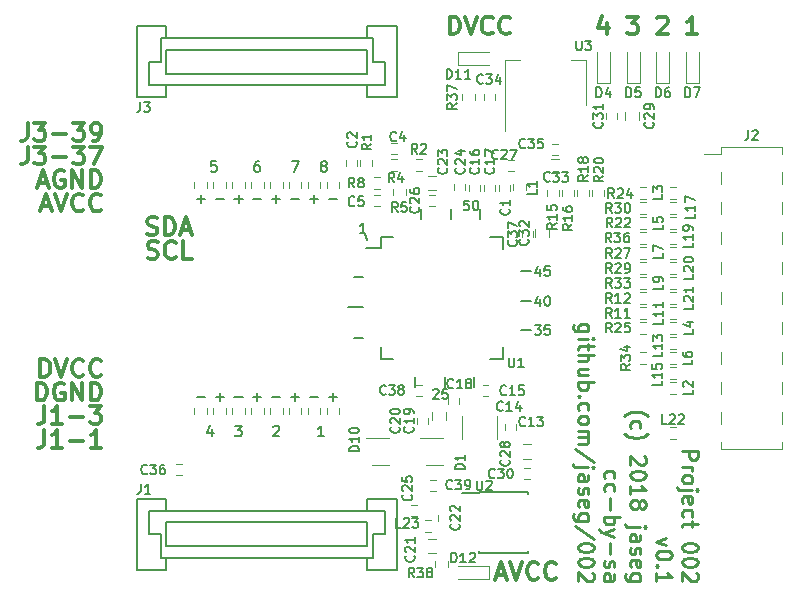
<source format=gto>
From dfdced0551f354eac8429503d5bbb5992a666f0c Mon Sep 17 00:00:00 2001
From: jaseg <git@jaseg.net>
Date: Tue, 27 Nov 2018 11:26:06 +0900
Subject: Add pretty frontend gerber export

---
 frontend_board/gerber/frontend_board-F.SilkS.gto | 5076 ++++++++++++++++++++++
 1 file changed, 5076 insertions(+)
 create mode 100644 frontend_board/gerber/frontend_board-F.SilkS.gto

(limited to 'frontend_board/gerber/frontend_board-F.SilkS.gto')

diff --git a/frontend_board/gerber/frontend_board-F.SilkS.gto b/frontend_board/gerber/frontend_board-F.SilkS.gto
new file mode 100644
index 0000000..1156d36
--- /dev/null
+++ b/frontend_board/gerber/frontend_board-F.SilkS.gto
@@ -0,0 +1,5076 @@
+G04 #@! TF.GenerationSoftware,KiCad,Pcbnew,(5.0.1)*
+G04 #@! TF.CreationDate,2018-11-27T11:23:15+09:00*
+G04 #@! TF.ProjectId,frontend_board,66726F6E74656E645F626F6172642E6B,rev?*
+G04 #@! TF.SameCoordinates,Original*
+G04 #@! TF.FileFunction,Legend,Top*
+G04 #@! TF.FilePolarity,Positive*
+%FSLAX46Y46*%
+G04 Gerber Fmt 4.6, Leading zero omitted, Abs format (unit mm)*
+G04 Created by KiCad (PCBNEW (5.0.1)) date Tue Nov 27 11:23:15 2018*
+%MOMM*%
+%LPD*%
+G01*
+G04 APERTURE LIST*
+%ADD10C,0.250000*%
+%ADD11C,0.150000*%
+%ADD12C,0.160000*%
+%ADD13C,0.300000*%
+%ADD14C,0.120000*%
+G04 APERTURE END LIST*
+D10*
+X167161904Y-127970833D02*
+X168461904Y-127970833D01*
+X168461904Y-128466071D01*
+X168400000Y-128589880D01*
+X168338095Y-128651785D01*
+X168214285Y-128713690D01*
+X168028571Y-128713690D01*
+X167904761Y-128651785D01*
+X167842857Y-128589880D01*
+X167780952Y-128466071D01*
+X167780952Y-127970833D01*
+X167161904Y-129270833D02*
+X168028571Y-129270833D01*
+X167780952Y-129270833D02*
+X167904761Y-129332738D01*
+X167966666Y-129394642D01*
+X168028571Y-129518452D01*
+X168028571Y-129642261D01*
+X167161904Y-130261309D02*
+X167223809Y-130137500D01*
+X167285714Y-130075595D01*
+X167409523Y-130013690D01*
+X167780952Y-130013690D01*
+X167904761Y-130075595D01*
+X167966666Y-130137500D01*
+X168028571Y-130261309D01*
+X168028571Y-130447023D01*
+X167966666Y-130570833D01*
+X167904761Y-130632738D01*
+X167780952Y-130694642D01*
+X167409523Y-130694642D01*
+X167285714Y-130632738D01*
+X167223809Y-130570833D01*
+X167161904Y-130447023D01*
+X167161904Y-130261309D01*
+X168028571Y-131251785D02*
+X166914285Y-131251785D01*
+X166790476Y-131189880D01*
+X166728571Y-131066071D01*
+X166728571Y-131004166D01*
+X168461904Y-131251785D02*
+X168400000Y-131189880D01*
+X168338095Y-131251785D01*
+X168400000Y-131313690D01*
+X168461904Y-131251785D01*
+X168338095Y-131251785D01*
+X167223809Y-132366071D02*
+X167161904Y-132242261D01*
+X167161904Y-131994642D01*
+X167223809Y-131870833D01*
+X167347619Y-131808928D01*
+X167842857Y-131808928D01*
+X167966666Y-131870833D01*
+X168028571Y-131994642D01*
+X168028571Y-132242261D01*
+X167966666Y-132366071D01*
+X167842857Y-132427976D01*
+X167719047Y-132427976D01*
+X167595238Y-131808928D01*
+X167223809Y-133542261D02*
+X167161904Y-133418452D01*
+X167161904Y-133170833D01*
+X167223809Y-133047023D01*
+X167285714Y-132985119D01*
+X167409523Y-132923214D01*
+X167780952Y-132923214D01*
+X167904761Y-132985119D01*
+X167966666Y-133047023D01*
+X168028571Y-133170833D01*
+X168028571Y-133418452D01*
+X167966666Y-133542261D01*
+X168028571Y-133913690D02*
+X168028571Y-134408928D01*
+X168461904Y-134099404D02*
+X167347619Y-134099404D01*
+X167223809Y-134161309D01*
+X167161904Y-134285119D01*
+X167161904Y-134408928D01*
+X168461904Y-136080357D02*
+X168461904Y-136204166D01*
+X168400000Y-136327976D01*
+X168338095Y-136389880D01*
+X168214285Y-136451785D01*
+X167966666Y-136513690D01*
+X167657142Y-136513690D01*
+X167409523Y-136451785D01*
+X167285714Y-136389880D01*
+X167223809Y-136327976D01*
+X167161904Y-136204166D01*
+X167161904Y-136080357D01*
+X167223809Y-135956547D01*
+X167285714Y-135894642D01*
+X167409523Y-135832738D01*
+X167657142Y-135770833D01*
+X167966666Y-135770833D01*
+X168214285Y-135832738D01*
+X168338095Y-135894642D01*
+X168400000Y-135956547D01*
+X168461904Y-136080357D01*
+X168461904Y-137318452D02*
+X168461904Y-137442261D01*
+X168400000Y-137566071D01*
+X168338095Y-137627976D01*
+X168214285Y-137689880D01*
+X167966666Y-137751785D01*
+X167657142Y-137751785D01*
+X167409523Y-137689880D01*
+X167285714Y-137627976D01*
+X167223809Y-137566071D01*
+X167161904Y-137442261D01*
+X167161904Y-137318452D01*
+X167223809Y-137194642D01*
+X167285714Y-137132738D01*
+X167409523Y-137070833D01*
+X167657142Y-137008928D01*
+X167966666Y-137008928D01*
+X168214285Y-137070833D01*
+X168338095Y-137132738D01*
+X168400000Y-137194642D01*
+X168461904Y-137318452D01*
+X168338095Y-138247023D02*
+X168400000Y-138308928D01*
+X168461904Y-138432738D01*
+X168461904Y-138742261D01*
+X168400000Y-138866071D01*
+X168338095Y-138927976D01*
+X168214285Y-138989880D01*
+X168090476Y-138989880D01*
+X167904761Y-138927976D01*
+X167161904Y-138185119D01*
+X167161904Y-138989880D01*
+X165828571Y-135337500D02*
+X164961904Y-135647023D01*
+X165828571Y-135956547D01*
+X166261904Y-136699404D02*
+X166261904Y-136823214D01*
+X166200000Y-136947023D01*
+X166138095Y-137008928D01*
+X166014285Y-137070833D01*
+X165766666Y-137132738D01*
+X165457142Y-137132738D01*
+X165209523Y-137070833D01*
+X165085714Y-137008928D01*
+X165023809Y-136947023D01*
+X164961904Y-136823214D01*
+X164961904Y-136699404D01*
+X165023809Y-136575595D01*
+X165085714Y-136513690D01*
+X165209523Y-136451785D01*
+X165457142Y-136389880D01*
+X165766666Y-136389880D01*
+X166014285Y-136451785D01*
+X166138095Y-136513690D01*
+X166200000Y-136575595D01*
+X166261904Y-136699404D01*
+X165085714Y-137689880D02*
+X165023809Y-137751785D01*
+X164961904Y-137689880D01*
+X165023809Y-137627976D01*
+X165085714Y-137689880D01*
+X164961904Y-137689880D01*
+X164961904Y-138989880D02*
+X164961904Y-138247023D01*
+X164961904Y-138618452D02*
+X166261904Y-138618452D01*
+X166076190Y-138494642D01*
+X165952380Y-138370833D01*
+X165890476Y-138247023D01*
+X162266666Y-124999404D02*
+X162328571Y-124937500D01*
+X162514285Y-124813690D01*
+X162638095Y-124751785D01*
+X162823809Y-124689880D01*
+X163133333Y-124627976D01*
+X163380952Y-124627976D01*
+X163690476Y-124689880D01*
+X163876190Y-124751785D01*
+X164000000Y-124813690D01*
+X164185714Y-124937500D01*
+X164247619Y-124999404D01*
+X162823809Y-126051785D02*
+X162761904Y-125927976D01*
+X162761904Y-125680357D01*
+X162823809Y-125556547D01*
+X162885714Y-125494642D01*
+X163009523Y-125432738D01*
+X163380952Y-125432738D01*
+X163504761Y-125494642D01*
+X163566666Y-125556547D01*
+X163628571Y-125680357D01*
+X163628571Y-125927976D01*
+X163566666Y-126051785D01*
+X162266666Y-126485119D02*
+X162328571Y-126547023D01*
+X162514285Y-126670833D01*
+X162638095Y-126732738D01*
+X162823809Y-126794642D01*
+X163133333Y-126856547D01*
+X163380952Y-126856547D01*
+X163690476Y-126794642D01*
+X163876190Y-126732738D01*
+X164000000Y-126670833D01*
+X164185714Y-126547023D01*
+X164247619Y-126485119D01*
+X163938095Y-128404166D02*
+X164000000Y-128466071D01*
+X164061904Y-128589880D01*
+X164061904Y-128899404D01*
+X164000000Y-129023214D01*
+X163938095Y-129085119D01*
+X163814285Y-129147023D01*
+X163690476Y-129147023D01*
+X163504761Y-129085119D01*
+X162761904Y-128342261D01*
+X162761904Y-129147023D01*
+X164061904Y-129951785D02*
+X164061904Y-130075595D01*
+X164000000Y-130199404D01*
+X163938095Y-130261309D01*
+X163814285Y-130323214D01*
+X163566666Y-130385119D01*
+X163257142Y-130385119D01*
+X163009523Y-130323214D01*
+X162885714Y-130261309D01*
+X162823809Y-130199404D01*
+X162761904Y-130075595D01*
+X162761904Y-129951785D01*
+X162823809Y-129827976D01*
+X162885714Y-129766071D01*
+X163009523Y-129704166D01*
+X163257142Y-129642261D01*
+X163566666Y-129642261D01*
+X163814285Y-129704166D01*
+X163938095Y-129766071D01*
+X164000000Y-129827976D01*
+X164061904Y-129951785D01*
+X162761904Y-131623214D02*
+X162761904Y-130880357D01*
+X162761904Y-131251785D02*
+X164061904Y-131251785D01*
+X163876190Y-131127976D01*
+X163752380Y-131004166D01*
+X163690476Y-130880357D01*
+X163504761Y-132366071D02*
+X163566666Y-132242261D01*
+X163628571Y-132180357D01*
+X163752380Y-132118452D01*
+X163814285Y-132118452D01*
+X163938095Y-132180357D01*
+X164000000Y-132242261D01*
+X164061904Y-132366071D01*
+X164061904Y-132613690D01*
+X164000000Y-132737500D01*
+X163938095Y-132799404D01*
+X163814285Y-132861309D01*
+X163752380Y-132861309D01*
+X163628571Y-132799404D01*
+X163566666Y-132737500D01*
+X163504761Y-132613690D01*
+X163504761Y-132366071D01*
+X163442857Y-132242261D01*
+X163380952Y-132180357D01*
+X163257142Y-132118452D01*
+X163009523Y-132118452D01*
+X162885714Y-132180357D01*
+X162823809Y-132242261D01*
+X162761904Y-132366071D01*
+X162761904Y-132613690D01*
+X162823809Y-132737500D01*
+X162885714Y-132799404D01*
+X163009523Y-132861309D01*
+X163257142Y-132861309D01*
+X163380952Y-132799404D01*
+X163442857Y-132737500D01*
+X163504761Y-132613690D01*
+X163628571Y-134408928D02*
+X162514285Y-134408928D01*
+X162390476Y-134347023D01*
+X162328571Y-134223214D01*
+X162328571Y-134161309D01*
+X164061904Y-134408928D02*
+X164000000Y-134347023D01*
+X163938095Y-134408928D01*
+X164000000Y-134470833D01*
+X164061904Y-134408928D01*
+X163938095Y-134408928D01*
+X162761904Y-135585119D02*
+X163442857Y-135585119D01*
+X163566666Y-135523214D01*
+X163628571Y-135399404D01*
+X163628571Y-135151785D01*
+X163566666Y-135027976D01*
+X162823809Y-135585119D02*
+X162761904Y-135461309D01*
+X162761904Y-135151785D01*
+X162823809Y-135027976D01*
+X162947619Y-134966071D01*
+X163071428Y-134966071D01*
+X163195238Y-135027976D01*
+X163257142Y-135151785D01*
+X163257142Y-135461309D01*
+X163319047Y-135585119D01*
+X162823809Y-136142261D02*
+X162761904Y-136266071D01*
+X162761904Y-136513690D01*
+X162823809Y-136637500D01*
+X162947619Y-136699404D01*
+X163009523Y-136699404D01*
+X163133333Y-136637500D01*
+X163195238Y-136513690D01*
+X163195238Y-136327976D01*
+X163257142Y-136204166D01*
+X163380952Y-136142261D01*
+X163442857Y-136142261D01*
+X163566666Y-136204166D01*
+X163628571Y-136327976D01*
+X163628571Y-136513690D01*
+X163566666Y-136637500D01*
+X162823809Y-137751785D02*
+X162761904Y-137627976D01*
+X162761904Y-137380357D01*
+X162823809Y-137256547D01*
+X162947619Y-137194642D01*
+X163442857Y-137194642D01*
+X163566666Y-137256547D01*
+X163628571Y-137380357D01*
+X163628571Y-137627976D01*
+X163566666Y-137751785D01*
+X163442857Y-137813690D01*
+X163319047Y-137813690D01*
+X163195238Y-137194642D01*
+X163628571Y-138927976D02*
+X162576190Y-138927976D01*
+X162452380Y-138866071D01*
+X162390476Y-138804166D01*
+X162328571Y-138680357D01*
+X162328571Y-138494642D01*
+X162390476Y-138370833D01*
+X162823809Y-138927976D02*
+X162761904Y-138804166D01*
+X162761904Y-138556547D01*
+X162823809Y-138432738D01*
+X162885714Y-138370833D01*
+X163009523Y-138308928D01*
+X163380952Y-138308928D01*
+X163504761Y-138370833D01*
+X163566666Y-138432738D01*
+X163628571Y-138556547D01*
+X163628571Y-138804166D01*
+X163566666Y-138927976D01*
+X160623809Y-130261309D02*
+X160561904Y-130137500D01*
+X160561904Y-129889880D01*
+X160623809Y-129766071D01*
+X160685714Y-129704166D01*
+X160809523Y-129642261D01*
+X161180952Y-129642261D01*
+X161304761Y-129704166D01*
+X161366666Y-129766071D01*
+X161428571Y-129889880D01*
+X161428571Y-130137500D01*
+X161366666Y-130261309D01*
+X160623809Y-131375595D02*
+X160561904Y-131251785D01*
+X160561904Y-131004166D01*
+X160623809Y-130880357D01*
+X160685714Y-130818452D01*
+X160809523Y-130756547D01*
+X161180952Y-130756547D01*
+X161304761Y-130818452D01*
+X161366666Y-130880357D01*
+X161428571Y-131004166D01*
+X161428571Y-131251785D01*
+X161366666Y-131375595D01*
+X161057142Y-131932738D02*
+X161057142Y-132923214D01*
+X160561904Y-133542261D02*
+X161861904Y-133542261D01*
+X161366666Y-133542261D02*
+X161428571Y-133666071D01*
+X161428571Y-133913690D01*
+X161366666Y-134037500D01*
+X161304761Y-134099404D01*
+X161180952Y-134161309D01*
+X160809523Y-134161309D01*
+X160685714Y-134099404D01*
+X160623809Y-134037500D01*
+X160561904Y-133913690D01*
+X160561904Y-133666071D01*
+X160623809Y-133542261D01*
+X161428571Y-134594642D02*
+X160561904Y-134904166D01*
+X161428571Y-135213690D02*
+X160561904Y-134904166D01*
+X160252380Y-134780357D01*
+X160190476Y-134718452D01*
+X160128571Y-134594642D01*
+X161057142Y-135708928D02*
+X161057142Y-136699404D01*
+X160623809Y-137256547D02*
+X160561904Y-137380357D01*
+X160561904Y-137627976D01*
+X160623809Y-137751785D01*
+X160747619Y-137813690D01*
+X160809523Y-137813690D01*
+X160933333Y-137751785D01*
+X160995238Y-137627976D01*
+X160995238Y-137442261D01*
+X161057142Y-137318452D01*
+X161180952Y-137256547D01*
+X161242857Y-137256547D01*
+X161366666Y-137318452D01*
+X161428571Y-137442261D01*
+X161428571Y-137627976D01*
+X161366666Y-137751785D01*
+X160561904Y-138927976D02*
+X161242857Y-138927976D01*
+X161366666Y-138866071D01*
+X161428571Y-138742261D01*
+X161428571Y-138494642D01*
+X161366666Y-138370833D01*
+X160623809Y-138927976D02*
+X160561904Y-138804166D01*
+X160561904Y-138494642D01*
+X160623809Y-138370833D01*
+X160747619Y-138308928D01*
+X160871428Y-138308928D01*
+X160995238Y-138370833D01*
+X161057142Y-138494642D01*
+X161057142Y-138804166D01*
+X161119047Y-138927976D01*
+X159228571Y-117818452D02*
+X158176190Y-117818452D01*
+X158052380Y-117756547D01*
+X157990476Y-117694642D01*
+X157928571Y-117570833D01*
+X157928571Y-117385119D01*
+X157990476Y-117261309D01*
+X158423809Y-117818452D02*
+X158361904Y-117694642D01*
+X158361904Y-117447023D01*
+X158423809Y-117323214D01*
+X158485714Y-117261309D01*
+X158609523Y-117199404D01*
+X158980952Y-117199404D01*
+X159104761Y-117261309D01*
+X159166666Y-117323214D01*
+X159228571Y-117447023D01*
+X159228571Y-117694642D01*
+X159166666Y-117818452D01*
+X158361904Y-118437500D02*
+X159228571Y-118437500D01*
+X159661904Y-118437500D02*
+X159600000Y-118375595D01*
+X159538095Y-118437500D01*
+X159600000Y-118499404D01*
+X159661904Y-118437500D01*
+X159538095Y-118437500D01*
+X159228571Y-118870833D02*
+X159228571Y-119366071D01*
+X159661904Y-119056547D02*
+X158547619Y-119056547D01*
+X158423809Y-119118452D01*
+X158361904Y-119242261D01*
+X158361904Y-119366071D01*
+X158361904Y-119799404D02*
+X159661904Y-119799404D01*
+X158361904Y-120356547D02*
+X159042857Y-120356547D01*
+X159166666Y-120294642D01*
+X159228571Y-120170833D01*
+X159228571Y-119985119D01*
+X159166666Y-119861309D01*
+X159104761Y-119799404D01*
+X159228571Y-121532738D02*
+X158361904Y-121532738D01*
+X159228571Y-120975595D02*
+X158547619Y-120975595D01*
+X158423809Y-121037500D01*
+X158361904Y-121161309D01*
+X158361904Y-121347023D01*
+X158423809Y-121470833D01*
+X158485714Y-121532738D01*
+X158361904Y-122151785D02*
+X159661904Y-122151785D01*
+X159166666Y-122151785D02*
+X159228571Y-122275595D01*
+X159228571Y-122523214D01*
+X159166666Y-122647023D01*
+X159104761Y-122708928D01*
+X158980952Y-122770833D01*
+X158609523Y-122770833D01*
+X158485714Y-122708928D01*
+X158423809Y-122647023D01*
+X158361904Y-122523214D01*
+X158361904Y-122275595D01*
+X158423809Y-122151785D01*
+X158485714Y-123327976D02*
+X158423809Y-123389880D01*
+X158361904Y-123327976D01*
+X158423809Y-123266071D01*
+X158485714Y-123327976D01*
+X158361904Y-123327976D01*
+X158423809Y-124504166D02*
+X158361904Y-124380357D01*
+X158361904Y-124132738D01*
+X158423809Y-124008928D01*
+X158485714Y-123947023D01*
+X158609523Y-123885119D01*
+X158980952Y-123885119D01*
+X159104761Y-123947023D01*
+X159166666Y-124008928D01*
+X159228571Y-124132738D01*
+X159228571Y-124380357D01*
+X159166666Y-124504166D01*
+X158361904Y-125247023D02*
+X158423809Y-125123214D01*
+X158485714Y-125061309D01*
+X158609523Y-124999404D01*
+X158980952Y-124999404D01*
+X159104761Y-125061309D01*
+X159166666Y-125123214D01*
+X159228571Y-125247023D01*
+X159228571Y-125432738D01*
+X159166666Y-125556547D01*
+X159104761Y-125618452D01*
+X158980952Y-125680357D01*
+X158609523Y-125680357D01*
+X158485714Y-125618452D01*
+X158423809Y-125556547D01*
+X158361904Y-125432738D01*
+X158361904Y-125247023D01*
+X158361904Y-126237500D02*
+X159228571Y-126237500D01*
+X159104761Y-126237500D02*
+X159166666Y-126299404D01*
+X159228571Y-126423214D01*
+X159228571Y-126608928D01*
+X159166666Y-126732738D01*
+X159042857Y-126794642D01*
+X158361904Y-126794642D01*
+X159042857Y-126794642D02*
+X159166666Y-126856547D01*
+X159228571Y-126980357D01*
+X159228571Y-127166071D01*
+X159166666Y-127289880D01*
+X159042857Y-127351785D01*
+X158361904Y-127351785D01*
+X159723809Y-128899404D02*
+X158052380Y-127785119D01*
+X159228571Y-129332738D02*
+X158114285Y-129332738D01*
+X157990476Y-129270833D01*
+X157928571Y-129147023D01*
+X157928571Y-129085119D01*
+X159661904Y-129332738D02*
+X159600000Y-129270833D01*
+X159538095Y-129332738D01*
+X159600000Y-129394642D01*
+X159661904Y-129332738D01*
+X159538095Y-129332738D01*
+X158361904Y-130508928D02*
+X159042857Y-130508928D01*
+X159166666Y-130447023D01*
+X159228571Y-130323214D01*
+X159228571Y-130075595D01*
+X159166666Y-129951785D01*
+X158423809Y-130508928D02*
+X158361904Y-130385119D01*
+X158361904Y-130075595D01*
+X158423809Y-129951785D01*
+X158547619Y-129889880D01*
+X158671428Y-129889880D01*
+X158795238Y-129951785D01*
+X158857142Y-130075595D01*
+X158857142Y-130385119D01*
+X158919047Y-130508928D01*
+X158423809Y-131066071D02*
+X158361904Y-131189880D01*
+X158361904Y-131437500D01*
+X158423809Y-131561309D01*
+X158547619Y-131623214D01*
+X158609523Y-131623214D01*
+X158733333Y-131561309D01*
+X158795238Y-131437500D01*
+X158795238Y-131251785D01*
+X158857142Y-131127976D01*
+X158980952Y-131066071D01*
+X159042857Y-131066071D01*
+X159166666Y-131127976D01*
+X159228571Y-131251785D01*
+X159228571Y-131437500D01*
+X159166666Y-131561309D01*
+X158423809Y-132675595D02*
+X158361904Y-132551785D01*
+X158361904Y-132304166D01*
+X158423809Y-132180357D01*
+X158547619Y-132118452D01*
+X159042857Y-132118452D01*
+X159166666Y-132180357D01*
+X159228571Y-132304166D01*
+X159228571Y-132551785D01*
+X159166666Y-132675595D01*
+X159042857Y-132737500D01*
+X158919047Y-132737500D01*
+X158795238Y-132118452D01*
+X159228571Y-133851785D02*
+X158176190Y-133851785D01*
+X158052380Y-133789880D01*
+X157990476Y-133727976D01*
+X157928571Y-133604166D01*
+X157928571Y-133418452D01*
+X157990476Y-133294642D01*
+X158423809Y-133851785D02*
+X158361904Y-133727976D01*
+X158361904Y-133480357D01*
+X158423809Y-133356547D01*
+X158485714Y-133294642D01*
+X158609523Y-133232738D01*
+X158980952Y-133232738D01*
+X159104761Y-133294642D01*
+X159166666Y-133356547D01*
+X159228571Y-133480357D01*
+X159228571Y-133727976D01*
+X159166666Y-133851785D01*
+X159723809Y-135399404D02*
+X158052380Y-134285119D01*
+X159661904Y-136080357D02*
+X159661904Y-136204166D01*
+X159600000Y-136327976D01*
+X159538095Y-136389880D01*
+X159414285Y-136451785D01*
+X159166666Y-136513690D01*
+X158857142Y-136513690D01*
+X158609523Y-136451785D01*
+X158485714Y-136389880D01*
+X158423809Y-136327976D01*
+X158361904Y-136204166D01*
+X158361904Y-136080357D01*
+X158423809Y-135956547D01*
+X158485714Y-135894642D01*
+X158609523Y-135832738D01*
+X158857142Y-135770833D01*
+X159166666Y-135770833D01*
+X159414285Y-135832738D01*
+X159538095Y-135894642D01*
+X159600000Y-135956547D01*
+X159661904Y-136080357D01*
+X159661904Y-137318452D02*
+X159661904Y-137442261D01*
+X159600000Y-137566071D01*
+X159538095Y-137627976D01*
+X159414285Y-137689880D01*
+X159166666Y-137751785D01*
+X158857142Y-137751785D01*
+X158609523Y-137689880D01*
+X158485714Y-137627976D01*
+X158423809Y-137566071D01*
+X158361904Y-137442261D01*
+X158361904Y-137318452D01*
+X158423809Y-137194642D01*
+X158485714Y-137132738D01*
+X158609523Y-137070833D01*
+X158857142Y-137008928D01*
+X159166666Y-137008928D01*
+X159414285Y-137070833D01*
+X159538095Y-137132738D01*
+X159600000Y-137194642D01*
+X159661904Y-137318452D01*
+X159538095Y-138247023D02*
+X159600000Y-138308928D01*
+X159661904Y-138432738D01*
+X159661904Y-138742261D01*
+X159600000Y-138866071D01*
+X159538095Y-138927976D01*
+X159414285Y-138989880D01*
+X159290476Y-138989880D01*
+X159104761Y-138927976D01*
+X158361904Y-138185119D01*
+X158361904Y-138989880D01*
+D11*
+X149107142Y-106756428D02*
+X148721428Y-106756428D01*
+X148682857Y-107142142D01*
+X148721428Y-107103571D01*
+X148798571Y-107065000D01*
+X148991428Y-107065000D01*
+X149068571Y-107103571D01*
+X149107142Y-107142142D01*
+X149145714Y-107219285D01*
+X149145714Y-107412142D01*
+X149107142Y-107489285D01*
+X149068571Y-107527857D01*
+X148991428Y-107566428D01*
+X148798571Y-107566428D01*
+X148721428Y-107527857D01*
+X148682857Y-107489285D01*
+X149647142Y-106756428D02*
+X149724285Y-106756428D01*
+X149801428Y-106795000D01*
+X149840000Y-106833571D01*
+X149878571Y-106910714D01*
+X149917142Y-107065000D01*
+X149917142Y-107257857D01*
+X149878571Y-107412142D01*
+X149840000Y-107489285D01*
+X149801428Y-107527857D01*
+X149724285Y-107566428D01*
+X149647142Y-107566428D01*
+X149570000Y-107527857D01*
+X149531428Y-107489285D01*
+X149492857Y-107412142D01*
+X149454285Y-107257857D01*
+X149454285Y-107065000D01*
+X149492857Y-106910714D01*
+X149531428Y-106833571D01*
+X149570000Y-106795000D01*
+X149647142Y-106756428D01*
+X155118571Y-112576428D02*
+X155118571Y-113116428D01*
+X154925714Y-112267857D02*
+X154732857Y-112846428D01*
+X155234285Y-112846428D01*
+X155928571Y-112306428D02*
+X155542857Y-112306428D01*
+X155504285Y-112692142D01*
+X155542857Y-112653571D01*
+X155620000Y-112615000D01*
+X155812857Y-112615000D01*
+X155890000Y-112653571D01*
+X155928571Y-112692142D01*
+X155967142Y-112769285D01*
+X155967142Y-112962142D01*
+X155928571Y-113039285D01*
+X155890000Y-113077857D01*
+X155812857Y-113116428D01*
+X155620000Y-113116428D01*
+X155542857Y-113077857D01*
+X155504285Y-113039285D01*
+X154694285Y-117306428D02*
+X155195714Y-117306428D01*
+X154925714Y-117615000D01*
+X155041428Y-117615000D01*
+X155118571Y-117653571D01*
+X155157142Y-117692142D01*
+X155195714Y-117769285D01*
+X155195714Y-117962142D01*
+X155157142Y-118039285D01*
+X155118571Y-118077857D01*
+X155041428Y-118116428D01*
+X154810000Y-118116428D01*
+X154732857Y-118077857D01*
+X154694285Y-118039285D01*
+X155928571Y-117306428D02*
+X155542857Y-117306428D01*
+X155504285Y-117692142D01*
+X155542857Y-117653571D01*
+X155620000Y-117615000D01*
+X155812857Y-117615000D01*
+X155890000Y-117653571D01*
+X155928571Y-117692142D01*
+X155967142Y-117769285D01*
+X155967142Y-117962142D01*
+X155928571Y-118039285D01*
+X155890000Y-118077857D01*
+X155812857Y-118116428D01*
+X155620000Y-118116428D01*
+X155542857Y-118077857D01*
+X155504285Y-118039285D01*
+X153550000Y-117750000D02*
+X154350000Y-117750000D01*
+X155118571Y-115126428D02*
+X155118571Y-115666428D01*
+X154925714Y-114817857D02*
+X154732857Y-115396428D01*
+X155234285Y-115396428D01*
+X155697142Y-114856428D02*
+X155774285Y-114856428D01*
+X155851428Y-114895000D01*
+X155890000Y-114933571D01*
+X155928571Y-115010714D01*
+X155967142Y-115165000D01*
+X155967142Y-115357857D01*
+X155928571Y-115512142D01*
+X155890000Y-115589285D01*
+X155851428Y-115627857D01*
+X155774285Y-115666428D01*
+X155697142Y-115666428D01*
+X155620000Y-115627857D01*
+X155581428Y-115589285D01*
+X155542857Y-115512142D01*
+X155504285Y-115357857D01*
+X155504285Y-115165000D01*
+X155542857Y-115010714D01*
+X155581428Y-114933571D01*
+X155620000Y-114895000D01*
+X155697142Y-114856428D01*
+X146082857Y-122783571D02*
+X146121428Y-122745000D01*
+X146198571Y-122706428D01*
+X146391428Y-122706428D01*
+X146468571Y-122745000D01*
+X146507142Y-122783571D01*
+X146545714Y-122860714D01*
+X146545714Y-122937857D01*
+X146507142Y-123053571D01*
+X146044285Y-123516428D01*
+X146545714Y-123516428D01*
+X147278571Y-122706428D02*
+X146892857Y-122706428D01*
+X146854285Y-123092142D01*
+X146892857Y-123053571D01*
+X146970000Y-123015000D01*
+X147162857Y-123015000D01*
+X147240000Y-123053571D01*
+X147278571Y-123092142D01*
+X147317142Y-123169285D01*
+X147317142Y-123362142D01*
+X147278571Y-123439285D01*
+X147240000Y-123477857D01*
+X147162857Y-123516428D01*
+X146970000Y-123516428D01*
+X146892857Y-123477857D01*
+X146854285Y-123439285D01*
+X145050000Y-108300000D02*
+X145050000Y-107500000D01*
+X147550000Y-108300000D02*
+X147550000Y-107500000D01*
+X150050000Y-108300000D02*
+X150050000Y-107500000D01*
+X153550000Y-112750000D02*
+X154350000Y-112750000D01*
+X153550000Y-115250000D02*
+X154350000Y-115250000D01*
+X149550000Y-121700000D02*
+X149550000Y-122500000D01*
+X147050000Y-121700000D02*
+X147050000Y-122500000D01*
+X144550000Y-121700000D02*
+X144550000Y-122500000D01*
+X140150000Y-118350000D02*
+X139350000Y-118350000D01*
+X140100000Y-115750000D02*
+X138850000Y-115750000D01*
+X140100000Y-113250000D02*
+X139350000Y-113250000D01*
+X140300000Y-109600000D02*
+X140500000Y-110100000D01*
+X140331428Y-109466428D02*
+X139868571Y-109466428D01*
+X140100000Y-109466428D02*
+X140100000Y-108656428D01*
+X140022857Y-108772142D01*
+X139945714Y-108849285D01*
+X139868571Y-108887857D01*
+D12*
+X127714285Y-103407142D02*
+X127285714Y-103407142D01*
+X127242857Y-103835714D01*
+X127285714Y-103792857D01*
+X127371428Y-103750000D01*
+X127585714Y-103750000D01*
+X127671428Y-103792857D01*
+X127714285Y-103835714D01*
+X127757142Y-103921428D01*
+X127757142Y-104135714D01*
+X127714285Y-104221428D01*
+X127671428Y-104264285D01*
+X127585714Y-104307142D01*
+X127371428Y-104307142D01*
+X127285714Y-104264285D01*
+X127242857Y-104221428D01*
+X131371428Y-103407142D02*
+X131200000Y-103407142D01*
+X131114285Y-103450000D01*
+X131071428Y-103492857D01*
+X130985714Y-103621428D01*
+X130942857Y-103792857D01*
+X130942857Y-104135714D01*
+X130985714Y-104221428D01*
+X131028571Y-104264285D01*
+X131114285Y-104307142D01*
+X131285714Y-104307142D01*
+X131371428Y-104264285D01*
+X131414285Y-104221428D01*
+X131457142Y-104135714D01*
+X131457142Y-103921428D01*
+X131414285Y-103835714D01*
+X131371428Y-103792857D01*
+X131285714Y-103750000D01*
+X131114285Y-103750000D01*
+X131028571Y-103792857D01*
+X130985714Y-103835714D01*
+X130942857Y-103921428D01*
+X134100000Y-103407142D02*
+X134700000Y-103407142D01*
+X134314285Y-104307142D01*
+X136714285Y-103792857D02*
+X136628571Y-103750000D01*
+X136585714Y-103707142D01*
+X136542857Y-103621428D01*
+X136542857Y-103578571D01*
+X136585714Y-103492857D01*
+X136628571Y-103450000D01*
+X136714285Y-103407142D01*
+X136885714Y-103407142D01*
+X136971428Y-103450000D01*
+X137014285Y-103492857D01*
+X137057142Y-103578571D01*
+X137057142Y-103621428D01*
+X137014285Y-103707142D01*
+X136971428Y-103750000D01*
+X136885714Y-103792857D01*
+X136714285Y-103792857D01*
+X136628571Y-103835714D01*
+X136585714Y-103878571D01*
+X136542857Y-103964285D01*
+X136542857Y-104135714D01*
+X136585714Y-104221428D01*
+X136628571Y-104264285D01*
+X136714285Y-104307142D01*
+X136885714Y-104307142D01*
+X136971428Y-104264285D01*
+X137014285Y-104221428D01*
+X137057142Y-104135714D01*
+X137057142Y-103964285D01*
+X137014285Y-103878571D01*
+X136971428Y-103835714D01*
+X136885714Y-103792857D01*
+X137942857Y-106635714D02*
+X137257142Y-106635714D01*
+X136342857Y-106635714D02*
+X135657142Y-106635714D01*
+X136000000Y-106292857D02*
+X136000000Y-106978571D01*
+X134742857Y-106635714D02*
+X134057142Y-106635714D01*
+X133142857Y-106635714D02*
+X132457142Y-106635714D01*
+X132800000Y-106292857D02*
+X132800000Y-106978571D01*
+X131542857Y-106635714D02*
+X130857142Y-106635714D01*
+X129942857Y-106635714D02*
+X129257142Y-106635714D01*
+X129600000Y-106292857D02*
+X129600000Y-106978571D01*
+X128342857Y-106635714D02*
+X127657142Y-106635714D01*
+X126742857Y-106635714D02*
+X126057142Y-106635714D01*
+X126400000Y-106292857D02*
+X126400000Y-106978571D01*
+X127657142Y-123364285D02*
+X128342857Y-123364285D01*
+X128000000Y-123707142D02*
+X128000000Y-123021428D01*
+X130857142Y-123364285D02*
+X131542857Y-123364285D01*
+X131200000Y-123707142D02*
+X131200000Y-123021428D01*
+X134057142Y-123364285D02*
+X134742857Y-123364285D01*
+X134400000Y-123707142D02*
+X134400000Y-123021428D01*
+X126057142Y-123364285D02*
+X126742857Y-123364285D01*
+X129257142Y-123364285D02*
+X129942857Y-123364285D01*
+X132457142Y-123364285D02*
+X133142857Y-123364285D01*
+X135657142Y-123364285D02*
+X136342857Y-123364285D01*
+X137257142Y-123364285D02*
+X137942857Y-123364285D01*
+X137600000Y-123707142D02*
+X137600000Y-123021428D01*
+X127371428Y-126107142D02*
+X127371428Y-126707142D01*
+X127157142Y-125764285D02*
+X126942857Y-126407142D01*
+X127500000Y-126407142D01*
+X129300000Y-125807142D02*
+X129857142Y-125807142D01*
+X129557142Y-126150000D01*
+X129685714Y-126150000D01*
+X129771428Y-126192857D01*
+X129814285Y-126235714D01*
+X129857142Y-126321428D01*
+X129857142Y-126535714D01*
+X129814285Y-126621428D01*
+X129771428Y-126664285D01*
+X129685714Y-126707142D01*
+X129428571Y-126707142D01*
+X129342857Y-126664285D01*
+X129300000Y-126621428D01*
+X132542857Y-125892857D02*
+X132585714Y-125850000D01*
+X132671428Y-125807142D01*
+X132885714Y-125807142D01*
+X132971428Y-125850000D01*
+X133014285Y-125892857D01*
+X133057142Y-125978571D01*
+X133057142Y-126064285D01*
+X133014285Y-126192857D01*
+X132500000Y-126707142D01*
+X133057142Y-126707142D01*
+X136857142Y-126707142D02*
+X136342857Y-126707142D01*
+X136600000Y-126707142D02*
+X136600000Y-125807142D01*
+X136514285Y-125935714D01*
+X136428571Y-126021428D01*
+X136342857Y-126064285D01*
+D13*
+X113171428Y-124178571D02*
+X113171428Y-125250000D01*
+X113100000Y-125464285D01*
+X112957143Y-125607142D01*
+X112742857Y-125678571D01*
+X112600000Y-125678571D01*
+X114671428Y-125678571D02*
+X113814286Y-125678571D01*
+X114242857Y-125678571D02*
+X114242857Y-124178571D01*
+X114100000Y-124392857D01*
+X113957143Y-124535714D01*
+X113814286Y-124607142D01*
+X115314286Y-125107142D02*
+X116457143Y-125107142D01*
+X117028571Y-124178571D02*
+X117957143Y-124178571D01*
+X117457143Y-124750000D01*
+X117671428Y-124750000D01*
+X117814286Y-124821428D01*
+X117885714Y-124892857D01*
+X117957143Y-125035714D01*
+X117957143Y-125392857D01*
+X117885714Y-125535714D01*
+X117814286Y-125607142D01*
+X117671428Y-125678571D01*
+X117242857Y-125678571D01*
+X117100000Y-125607142D01*
+X117028571Y-125535714D01*
+X113171428Y-126178571D02*
+X113171428Y-127250000D01*
+X113100000Y-127464285D01*
+X112957143Y-127607142D01*
+X112742857Y-127678571D01*
+X112600000Y-127678571D01*
+X114671428Y-127678571D02*
+X113814286Y-127678571D01*
+X114242857Y-127678571D02*
+X114242857Y-126178571D01*
+X114100000Y-126392857D01*
+X113957143Y-126535714D01*
+X113814286Y-126607142D01*
+X115314286Y-127107142D02*
+X116457143Y-127107142D01*
+X117957143Y-127678571D02*
+X117100000Y-127678571D01*
+X117528571Y-127678571D02*
+X117528571Y-126178571D01*
+X117385714Y-126392857D01*
+X117242857Y-126535714D01*
+X117100000Y-126607142D01*
+X112528570Y-123678571D02*
+X112528570Y-122178571D01*
+X112885713Y-122178571D01*
+X113099999Y-122250000D01*
+X113242856Y-122392857D01*
+X113314284Y-122535714D01*
+X113385713Y-122821428D01*
+X113385713Y-123035714D01*
+X113314284Y-123321428D01*
+X113242856Y-123464285D01*
+X113099999Y-123607142D01*
+X112885713Y-123678571D01*
+X112528570Y-123678571D01*
+X114814284Y-122250000D02*
+X114671427Y-122178571D01*
+X114457142Y-122178571D01*
+X114242856Y-122250000D01*
+X114099999Y-122392857D01*
+X114028570Y-122535714D01*
+X113957142Y-122821428D01*
+X113957142Y-123035714D01*
+X114028570Y-123321428D01*
+X114099999Y-123464285D01*
+X114242856Y-123607142D01*
+X114457142Y-123678571D01*
+X114599999Y-123678571D01*
+X114814284Y-123607142D01*
+X114885713Y-123535714D01*
+X114885713Y-123035714D01*
+X114599999Y-123035714D01*
+X115528570Y-123678571D02*
+X115528570Y-122178571D01*
+X116385713Y-123678571D01*
+X116385713Y-122178571D01*
+X117099999Y-123678571D02*
+X117099999Y-122178571D01*
+X117457142Y-122178571D01*
+X117671427Y-122250000D01*
+X117814284Y-122392857D01*
+X117885713Y-122535714D01*
+X117957142Y-122821428D01*
+X117957142Y-123035714D01*
+X117885713Y-123321428D01*
+X117814284Y-123464285D01*
+X117671427Y-123607142D01*
+X117457142Y-123678571D01*
+X117099999Y-123678571D01*
+X112814285Y-121678571D02*
+X112814285Y-120178571D01*
+X113171428Y-120178571D01*
+X113385714Y-120250000D01*
+X113528571Y-120392857D01*
+X113600000Y-120535714D01*
+X113671428Y-120821428D01*
+X113671428Y-121035714D01*
+X113600000Y-121321428D01*
+X113528571Y-121464285D01*
+X113385714Y-121607142D01*
+X113171428Y-121678571D01*
+X112814285Y-121678571D01*
+X114100000Y-120178571D02*
+X114600000Y-121678571D01*
+X115100000Y-120178571D01*
+X116457142Y-121535714D02*
+X116385714Y-121607142D01*
+X116171428Y-121678571D01*
+X116028571Y-121678571D01*
+X115814285Y-121607142D01*
+X115671428Y-121464285D01*
+X115600000Y-121321428D01*
+X115528571Y-121035714D01*
+X115528571Y-120821428D01*
+X115600000Y-120535714D01*
+X115671428Y-120392857D01*
+X115814285Y-120250000D01*
+X116028571Y-120178571D01*
+X116171428Y-120178571D01*
+X116385714Y-120250000D01*
+X116457142Y-120321428D01*
+X117957142Y-121535714D02*
+X117885714Y-121607142D01*
+X117671428Y-121678571D01*
+X117528571Y-121678571D01*
+X117314285Y-121607142D01*
+X117171428Y-121464285D01*
+X117100000Y-121321428D01*
+X117028571Y-121035714D01*
+X117028571Y-120821428D01*
+X117100000Y-120535714D01*
+X117171428Y-120392857D01*
+X117314285Y-120250000D01*
+X117528571Y-120178571D01*
+X117671428Y-120178571D01*
+X117885714Y-120250000D01*
+X117957142Y-120321428D01*
+X121914285Y-111607142D02*
+X122128571Y-111678571D01*
+X122485714Y-111678571D01*
+X122628571Y-111607142D01*
+X122700000Y-111535714D01*
+X122771428Y-111392857D01*
+X122771428Y-111250000D01*
+X122700000Y-111107142D01*
+X122628571Y-111035714D01*
+X122485714Y-110964285D01*
+X122200000Y-110892857D01*
+X122057142Y-110821428D01*
+X121985714Y-110750000D01*
+X121914285Y-110607142D01*
+X121914285Y-110464285D01*
+X121985714Y-110321428D01*
+X122057142Y-110250000D01*
+X122200000Y-110178571D01*
+X122557142Y-110178571D01*
+X122771428Y-110250000D01*
+X124271428Y-111535714D02*
+X124200000Y-111607142D01*
+X123985714Y-111678571D01*
+X123842857Y-111678571D01*
+X123628571Y-111607142D01*
+X123485714Y-111464285D01*
+X123414285Y-111321428D01*
+X123342857Y-111035714D01*
+X123342857Y-110821428D01*
+X123414285Y-110535714D01*
+X123485714Y-110392857D01*
+X123628571Y-110250000D01*
+X123842857Y-110178571D01*
+X123985714Y-110178571D01*
+X124200000Y-110250000D01*
+X124271428Y-110321428D01*
+X125628571Y-111678571D02*
+X124914285Y-111678571D01*
+X124914285Y-110178571D01*
+X121878571Y-109607142D02*
+X122092857Y-109678571D01*
+X122450000Y-109678571D01*
+X122592857Y-109607142D01*
+X122664285Y-109535714D01*
+X122735714Y-109392857D01*
+X122735714Y-109250000D01*
+X122664285Y-109107142D01*
+X122592857Y-109035714D01*
+X122450000Y-108964285D01*
+X122164285Y-108892857D01*
+X122021428Y-108821428D01*
+X121950000Y-108750000D01*
+X121878571Y-108607142D01*
+X121878571Y-108464285D01*
+X121950000Y-108321428D01*
+X122021428Y-108250000D01*
+X122164285Y-108178571D01*
+X122521428Y-108178571D01*
+X122735714Y-108250000D01*
+X123378571Y-109678571D02*
+X123378571Y-108178571D01*
+X123735714Y-108178571D01*
+X123950000Y-108250000D01*
+X124092857Y-108392857D01*
+X124164285Y-108535714D01*
+X124235714Y-108821428D01*
+X124235714Y-109035714D01*
+X124164285Y-109321428D01*
+X124092857Y-109464285D01*
+X123950000Y-109607142D01*
+X123735714Y-109678571D01*
+X123378571Y-109678571D01*
+X124807142Y-109250000D02*
+X125521428Y-109250000D01*
+X124664285Y-109678571D02*
+X125164285Y-108178571D01*
+X125664285Y-109678571D01*
+X112957143Y-107250000D02*
+X113671428Y-107250000D01*
+X112814285Y-107678571D02*
+X113314285Y-106178571D01*
+X113814285Y-107678571D01*
+X114100000Y-106178571D02*
+X114600000Y-107678571D01*
+X115100000Y-106178571D01*
+X116457143Y-107535714D02*
+X116385714Y-107607142D01*
+X116171428Y-107678571D01*
+X116028571Y-107678571D01*
+X115814285Y-107607142D01*
+X115671428Y-107464285D01*
+X115600000Y-107321428D01*
+X115528571Y-107035714D01*
+X115528571Y-106821428D01*
+X115600000Y-106535714D01*
+X115671428Y-106392857D01*
+X115814285Y-106250000D01*
+X116028571Y-106178571D01*
+X116171428Y-106178571D01*
+X116385714Y-106250000D01*
+X116457143Y-106321428D01*
+X117957143Y-107535714D02*
+X117885714Y-107607142D01*
+X117671428Y-107678571D01*
+X117528571Y-107678571D01*
+X117314285Y-107607142D01*
+X117171428Y-107464285D01*
+X117100000Y-107321428D01*
+X117028571Y-107035714D01*
+X117028571Y-106821428D01*
+X117100000Y-106535714D01*
+X117171428Y-106392857D01*
+X117314285Y-106250000D01*
+X117528571Y-106178571D01*
+X117671428Y-106178571D01*
+X117885714Y-106250000D01*
+X117957143Y-106321428D01*
+X112671427Y-105250000D02*
+X113385713Y-105250000D01*
+X112528570Y-105678571D02*
+X113028570Y-104178571D01*
+X113528570Y-105678571D01*
+X114814285Y-104250000D02*
+X114671427Y-104178571D01*
+X114457142Y-104178571D01*
+X114242856Y-104250000D01*
+X114099999Y-104392857D01*
+X114028570Y-104535714D01*
+X113957142Y-104821428D01*
+X113957142Y-105035714D01*
+X114028570Y-105321428D01*
+X114099999Y-105464285D01*
+X114242856Y-105607142D01*
+X114457142Y-105678571D01*
+X114599999Y-105678571D01*
+X114814285Y-105607142D01*
+X114885713Y-105535714D01*
+X114885713Y-105035714D01*
+X114599999Y-105035714D01*
+X115528570Y-105678571D02*
+X115528570Y-104178571D01*
+X116385713Y-105678571D01*
+X116385713Y-104178571D01*
+X117099999Y-105678571D02*
+X117099999Y-104178571D01*
+X117457142Y-104178571D01*
+X117671427Y-104250000D01*
+X117814285Y-104392857D01*
+X117885713Y-104535714D01*
+X117957142Y-104821428D01*
+X117957142Y-105035714D01*
+X117885713Y-105321428D01*
+X117814285Y-105464285D01*
+X117671427Y-105607142D01*
+X117457142Y-105678571D01*
+X117099999Y-105678571D01*
+X111742857Y-102178571D02*
+X111742857Y-103250000D01*
+X111671428Y-103464285D01*
+X111528571Y-103607142D01*
+X111314285Y-103678571D01*
+X111171428Y-103678571D01*
+X112314285Y-102178571D02*
+X113242857Y-102178571D01*
+X112742857Y-102750000D01*
+X112957142Y-102750000D01*
+X113100000Y-102821428D01*
+X113171428Y-102892857D01*
+X113242857Y-103035714D01*
+X113242857Y-103392857D01*
+X113171428Y-103535714D01*
+X113100000Y-103607142D01*
+X112957142Y-103678571D01*
+X112528571Y-103678571D01*
+X112385714Y-103607142D01*
+X112314285Y-103535714D01*
+X113885714Y-103107142D02*
+X115028571Y-103107142D01*
+X115600000Y-102178571D02*
+X116528571Y-102178571D01*
+X116028571Y-102750000D01*
+X116242857Y-102750000D01*
+X116385714Y-102821428D01*
+X116457142Y-102892857D01*
+X116528571Y-103035714D01*
+X116528571Y-103392857D01*
+X116457142Y-103535714D01*
+X116385714Y-103607142D01*
+X116242857Y-103678571D01*
+X115814285Y-103678571D01*
+X115671428Y-103607142D01*
+X115600000Y-103535714D01*
+X117028571Y-102178571D02*
+X118028571Y-102178571D01*
+X117385714Y-103678571D01*
+X111742857Y-100178571D02*
+X111742857Y-101250000D01*
+X111671428Y-101464285D01*
+X111528571Y-101607142D01*
+X111314285Y-101678571D01*
+X111171428Y-101678571D01*
+X112314285Y-100178571D02*
+X113242857Y-100178571D01*
+X112742857Y-100750000D01*
+X112957142Y-100750000D01*
+X113100000Y-100821428D01*
+X113171428Y-100892857D01*
+X113242857Y-101035714D01*
+X113242857Y-101392857D01*
+X113171428Y-101535714D01*
+X113100000Y-101607142D01*
+X112957142Y-101678571D01*
+X112528571Y-101678571D01*
+X112385714Y-101607142D01*
+X112314285Y-101535714D01*
+X113885714Y-101107142D02*
+X115028571Y-101107142D01*
+X115600000Y-100178571D02*
+X116528571Y-100178571D01*
+X116028571Y-100750000D01*
+X116242857Y-100750000D01*
+X116385714Y-100821428D01*
+X116457142Y-100892857D01*
+X116528571Y-101035714D01*
+X116528571Y-101392857D01*
+X116457142Y-101535714D01*
+X116385714Y-101607142D01*
+X116242857Y-101678571D01*
+X115814285Y-101678571D01*
+X115671428Y-101607142D01*
+X115600000Y-101535714D01*
+X117242857Y-101678571D02*
+X117528571Y-101678571D01*
+X117671428Y-101607142D01*
+X117742857Y-101535714D01*
+X117885714Y-101321428D01*
+X117957142Y-101035714D01*
+X117957142Y-100464285D01*
+X117885714Y-100321428D01*
+X117814285Y-100250000D01*
+X117671428Y-100178571D01*
+X117385714Y-100178571D01*
+X117242857Y-100250000D01*
+X117171428Y-100321428D01*
+X117100000Y-100464285D01*
+X117100000Y-100821428D01*
+X117171428Y-100964285D01*
+X117242857Y-101035714D01*
+X117385714Y-101107142D01*
+X117671428Y-101107142D01*
+X117814285Y-101035714D01*
+X117885714Y-100964285D01*
+X117957142Y-100821428D01*
+X151450000Y-138425000D02*
+X152164285Y-138425000D01*
+X151307142Y-138853571D02*
+X151807142Y-137353571D01*
+X152307142Y-138853571D01*
+X152592857Y-137353571D02*
+X153092857Y-138853571D01*
+X153592857Y-137353571D01*
+X154950000Y-138710714D02*
+X154878571Y-138782142D01*
+X154664285Y-138853571D01*
+X154521428Y-138853571D01*
+X154307142Y-138782142D01*
+X154164285Y-138639285D01*
+X154092857Y-138496428D01*
+X154021428Y-138210714D01*
+X154021428Y-137996428D01*
+X154092857Y-137710714D01*
+X154164285Y-137567857D01*
+X154307142Y-137425000D01*
+X154521428Y-137353571D01*
+X154664285Y-137353571D01*
+X154878571Y-137425000D01*
+X154950000Y-137496428D01*
+X156450000Y-138710714D02*
+X156378571Y-138782142D01*
+X156164285Y-138853571D01*
+X156021428Y-138853571D01*
+X155807142Y-138782142D01*
+X155664285Y-138639285D01*
+X155592857Y-138496428D01*
+X155521428Y-138210714D01*
+X155521428Y-137996428D01*
+X155592857Y-137710714D01*
+X155664285Y-137567857D01*
+X155807142Y-137425000D01*
+X156021428Y-137353571D01*
+X156164285Y-137353571D01*
+X156378571Y-137425000D01*
+X156450000Y-137496428D01*
+X147464285Y-92678571D02*
+X147464285Y-91178571D01*
+X147821428Y-91178571D01*
+X148035714Y-91250000D01*
+X148178571Y-91392857D01*
+X148250000Y-91535714D01*
+X148321428Y-91821428D01*
+X148321428Y-92035714D01*
+X148250000Y-92321428D01*
+X148178571Y-92464285D01*
+X148035714Y-92607142D01*
+X147821428Y-92678571D01*
+X147464285Y-92678571D01*
+X148750000Y-91178571D02*
+X149250000Y-92678571D01*
+X149750000Y-91178571D01*
+X151107142Y-92535714D02*
+X151035714Y-92607142D01*
+X150821428Y-92678571D01*
+X150678571Y-92678571D01*
+X150464285Y-92607142D01*
+X150321428Y-92464285D01*
+X150250000Y-92321428D01*
+X150178571Y-92035714D01*
+X150178571Y-91821428D01*
+X150250000Y-91535714D01*
+X150321428Y-91392857D01*
+X150464285Y-91250000D01*
+X150678571Y-91178571D01*
+X150821428Y-91178571D01*
+X151035714Y-91250000D01*
+X151107142Y-91321428D01*
+X152607142Y-92535714D02*
+X152535714Y-92607142D01*
+X152321428Y-92678571D01*
+X152178571Y-92678571D01*
+X151964285Y-92607142D01*
+X151821428Y-92464285D01*
+X151750000Y-92321428D01*
+X151678571Y-92035714D01*
+X151678571Y-91821428D01*
+X151750000Y-91535714D01*
+X151821428Y-91392857D01*
+X151964285Y-91250000D01*
+X152178571Y-91178571D01*
+X152321428Y-91178571D01*
+X152535714Y-91250000D01*
+X152607142Y-91321428D01*
+X168428570Y-92678571D02*
+X167571427Y-92678571D01*
+X167999999Y-92678571D02*
+X167999999Y-91178571D01*
+X167857141Y-91392857D01*
+X167714284Y-91535714D01*
+X167571427Y-91607142D01*
+X165063094Y-91321428D02*
+X165134523Y-91250000D01*
+X165277380Y-91178571D01*
+X165634523Y-91178571D01*
+X165777380Y-91250000D01*
+X165848808Y-91321428D01*
+X165920237Y-91464285D01*
+X165920237Y-91607142D01*
+X165848808Y-91821428D01*
+X164991666Y-92678571D01*
+X165920237Y-92678571D01*
+X162483333Y-91178571D02*
+X163411904Y-91178571D01*
+X162911904Y-91750000D01*
+X163126190Y-91750000D01*
+X163269047Y-91821428D01*
+X163340475Y-91892857D01*
+X163411904Y-92035714D01*
+X163411904Y-92392857D01*
+X163340475Y-92535714D01*
+X163269047Y-92607142D01*
+X163126190Y-92678571D01*
+X162697618Y-92678571D01*
+X162554761Y-92607142D01*
+X162483333Y-92535714D01*
+X160760714Y-91678571D02*
+X160760714Y-92678571D01*
+X160403571Y-91107142D02*
+X160046428Y-92178571D01*
+X160975000Y-92178571D01*
+D14*
+G04 #@! TO.C,C20*
+X145670000Y-125650000D02*
+X145670000Y-125150000D01*
+X144730000Y-125150000D02*
+X144730000Y-125650000D01*
+G04 #@! TO.C,L21*
+X166620000Y-114470000D02*
+X166120000Y-114470000D01*
+X166120000Y-115530000D02*
+X166620000Y-115530000D01*
+D11*
+G04 #@! TO.C,U1*
+X141625000Y-109825000D02*
+X141625000Y-110775000D01*
+X151975000Y-109825000D02*
+X151975000Y-110875000D01*
+X151975000Y-120175000D02*
+X151975000Y-119125000D01*
+X141625000Y-120175000D02*
+X141625000Y-119125000D01*
+X141625000Y-109825000D02*
+X142675000Y-109825000D01*
+X141625000Y-120175000D02*
+X142675000Y-120175000D01*
+X151975000Y-120175000D02*
+X150925000Y-120175000D01*
+X151975000Y-109825000D02*
+X150925000Y-109825000D01*
+X141625000Y-110775000D02*
+X140350000Y-110775000D01*
+D14*
+G04 #@! TO.C,U3*
+X159010000Y-94890000D02*
+X157750000Y-94890000D01*
+X152190000Y-94890000D02*
+X153450000Y-94890000D01*
+X159010000Y-98650000D02*
+X159010000Y-94890000D01*
+X152190000Y-100900000D02*
+X152190000Y-94890000D01*
+G04 #@! TO.C,C1*
+X151676000Y-105414000D02*
+X151676000Y-105914000D01*
+X152616000Y-105914000D02*
+X152616000Y-105414000D01*
+G04 #@! TO.C,C2*
+X139670000Y-103850000D02*
+X139670000Y-103350000D01*
+X138730000Y-103350000D02*
+X138730000Y-103850000D01*
+G04 #@! TO.C,C4*
+X142548800Y-102806600D02*
+X143048800Y-102806600D01*
+X143048800Y-101866600D02*
+X142548800Y-101866600D01*
+G04 #@! TO.C,C5*
+X141550200Y-106286200D02*
+X141050200Y-106286200D01*
+X141050200Y-107226200D02*
+X141550200Y-107226200D01*
+G04 #@! TO.C,C13*
+X153124000Y-126149000D02*
+X153124000Y-125649000D01*
+X152184000Y-125649000D02*
+X152184000Y-126149000D01*
+G04 #@! TO.C,C15*
+X150761600Y-122364400D02*
+X150261600Y-122364400D01*
+X150261600Y-123304400D02*
+X150761600Y-123304400D01*
+G04 #@! TO.C,C16*
+X149136000Y-105414000D02*
+X149136000Y-105914000D01*
+X150076000Y-105914000D02*
+X150076000Y-105414000D01*
+G04 #@! TO.C,C17*
+X150406000Y-105414000D02*
+X150406000Y-105914000D01*
+X151346000Y-105914000D02*
+X151346000Y-105414000D01*
+G04 #@! TO.C,C18*
+X148298000Y-123948000D02*
+X148298000Y-123448000D01*
+X147358000Y-123448000D02*
+X147358000Y-123948000D01*
+G04 #@! TO.C,C22*
+X146530000Y-133390600D02*
+X146530000Y-133890600D01*
+X147470000Y-133890600D02*
+X147470000Y-133390600D01*
+G04 #@! TO.C,C24*
+X147866000Y-105388600D02*
+X147866000Y-105888600D01*
+X148806000Y-105888600D02*
+X148806000Y-105388600D01*
+G04 #@! TO.C,C25*
+X144200000Y-133470000D02*
+X144700000Y-133470000D01*
+X144700000Y-132530000D02*
+X144200000Y-132530000D01*
+G04 #@! TO.C,C26*
+X146249200Y-106260800D02*
+X145749200Y-106260800D01*
+X145749200Y-107200800D02*
+X146249200Y-107200800D01*
+G04 #@! TO.C,C27*
+X152450000Y-104270000D02*
+X152950000Y-104270000D01*
+X152950000Y-103330000D02*
+X152450000Y-103330000D01*
+G04 #@! TO.C,C30*
+X153750000Y-130370000D02*
+X154250000Y-130370000D01*
+X154250000Y-129430000D02*
+X153750000Y-129430000D01*
+G04 #@! TO.C,C31*
+X161670000Y-99850000D02*
+X161670000Y-99350000D01*
+X160730000Y-99350000D02*
+X160730000Y-99850000D01*
+G04 #@! TO.C,C34*
+X151298000Y-98256000D02*
+X151298000Y-97756000D01*
+X150358000Y-97756000D02*
+X150358000Y-98256000D01*
+G04 #@! TO.C,C35*
+X156150000Y-102870000D02*
+X156650000Y-102870000D01*
+X156650000Y-101930000D02*
+X156150000Y-101930000D01*
+G04 #@! TO.C,C36*
+X124800000Y-129030000D02*
+X124300000Y-129030000D01*
+X124300000Y-129970000D02*
+X124800000Y-129970000D01*
+G04 #@! TO.C,C37*
+X153630000Y-109350000D02*
+X153630000Y-109850000D01*
+X154570000Y-109850000D02*
+X154570000Y-109350000D01*
+G04 #@! TO.C,D1*
+X146900000Y-126840000D02*
+X145000000Y-126840000D01*
+X145500000Y-129160000D02*
+X146900000Y-129160000D01*
+G04 #@! TO.C,D4*
+X159950000Y-96800000D02*
+X161050000Y-96800000D01*
+X161050000Y-96800000D02*
+X161050000Y-94200000D01*
+X159950000Y-96800000D02*
+X159950000Y-94200000D01*
+G04 #@! TO.C,D5*
+X162450000Y-96800000D02*
+X163550000Y-96800000D01*
+X163550000Y-96800000D02*
+X163550000Y-94200000D01*
+X162450000Y-96800000D02*
+X162450000Y-94200000D01*
+G04 #@! TO.C,D6*
+X164950000Y-96800000D02*
+X166050000Y-96800000D01*
+X166050000Y-96800000D02*
+X166050000Y-94200000D01*
+X164950000Y-96800000D02*
+X164950000Y-94200000D01*
+G04 #@! TO.C,D7*
+X167450000Y-96800000D02*
+X168550000Y-96800000D01*
+X168550000Y-96800000D02*
+X168550000Y-94200000D01*
+X167450000Y-96800000D02*
+X167450000Y-94200000D01*
+G04 #@! TO.C,D10*
+X142300000Y-126840000D02*
+X140400000Y-126840000D01*
+X140900000Y-129160000D02*
+X142300000Y-129160000D01*
+G04 #@! TO.C,L1*
+X153930000Y-105850000D02*
+X153930000Y-105350000D01*
+X152870000Y-105350000D02*
+X152870000Y-105850000D01*
+G04 #@! TO.C,L3*
+X166620000Y-105580000D02*
+X166120000Y-105580000D01*
+X166120000Y-106640000D02*
+X166620000Y-106640000D01*
+G04 #@! TO.C,L5*
+X166620000Y-108120000D02*
+X166120000Y-108120000D01*
+X166120000Y-109180000D02*
+X166620000Y-109180000D01*
+G04 #@! TO.C,L7*
+X166620000Y-110660000D02*
+X166120000Y-110660000D01*
+X166120000Y-111720000D02*
+X166620000Y-111720000D01*
+G04 #@! TO.C,L9*
+X166620000Y-113200000D02*
+X166120000Y-113200000D01*
+X166120000Y-114260000D02*
+X166620000Y-114260000D01*
+G04 #@! TO.C,L11*
+X166620000Y-115740000D02*
+X166120000Y-115740000D01*
+X166120000Y-116800000D02*
+X166620000Y-116800000D01*
+G04 #@! TO.C,L13*
+X166620000Y-118280000D02*
+X166120000Y-118280000D01*
+X166120000Y-119340000D02*
+X166620000Y-119340000D01*
+G04 #@! TO.C,L15*
+X166620000Y-120820000D02*
+X166120000Y-120820000D01*
+X166120000Y-121880000D02*
+X166620000Y-121880000D01*
+G04 #@! TO.C,L17*
+X166620000Y-106850000D02*
+X166120000Y-106850000D01*
+X166120000Y-107910000D02*
+X166620000Y-107910000D01*
+G04 #@! TO.C,L19*
+X166620000Y-109390000D02*
+X166120000Y-109390000D01*
+X166120000Y-110450000D02*
+X166620000Y-110450000D01*
+G04 #@! TO.C,L20*
+X166620000Y-111930000D02*
+X166120000Y-111930000D01*
+X166120000Y-112990000D02*
+X166620000Y-112990000D01*
+G04 #@! TO.C,L22*
+X166120000Y-126960000D02*
+X166620000Y-126960000D01*
+X166620000Y-125900000D02*
+X166120000Y-125900000D01*
+G04 #@! TO.C,L23*
+X145393200Y-134831000D02*
+X145893200Y-134831000D01*
+X145893200Y-133771000D02*
+X145393200Y-133771000D01*
+G04 #@! TO.C,R1*
+X139870000Y-103350000D02*
+X139870000Y-103850000D01*
+X140930000Y-103850000D02*
+X140930000Y-103350000D01*
+G04 #@! TO.C,R2*
+X145106200Y-103229000D02*
+X144606200Y-103229000D01*
+X144606200Y-104289000D02*
+X145106200Y-104289000D01*
+G04 #@! TO.C,R3*
+X138130000Y-124850000D02*
+X138130000Y-124350000D01*
+X137070000Y-124350000D02*
+X137070000Y-124850000D01*
+G04 #@! TO.C,R4*
+X143030600Y-103229000D02*
+X142530600Y-103229000D01*
+X142530600Y-104289000D02*
+X143030600Y-104289000D01*
+G04 #@! TO.C,R5*
+X143760600Y-106295000D02*
+X143760600Y-105795000D01*
+X142700600Y-105795000D02*
+X142700600Y-106295000D01*
+G04 #@! TO.C,R6*
+X136530000Y-124850000D02*
+X136530000Y-124350000D01*
+X135470000Y-124350000D02*
+X135470000Y-124850000D01*
+G04 #@! TO.C,R7*
+X134930000Y-124850000D02*
+X134930000Y-124350000D01*
+X133870000Y-124350000D02*
+X133870000Y-124850000D01*
+G04 #@! TO.C,R8*
+X141050200Y-105813000D02*
+X141550200Y-105813000D01*
+X141550200Y-104753000D02*
+X141050200Y-104753000D01*
+G04 #@! TO.C,R9*
+X133330000Y-124850000D02*
+X133330000Y-124350000D01*
+X132270000Y-124350000D02*
+X132270000Y-124850000D01*
+G04 #@! TO.C,R10*
+X131730000Y-124850000D02*
+X131730000Y-124350000D01*
+X130670000Y-124350000D02*
+X130670000Y-124850000D01*
+G04 #@! TO.C,R11*
+X163580000Y-116800000D02*
+X164080000Y-116800000D01*
+X164080000Y-115740000D02*
+X163580000Y-115740000D01*
+G04 #@! TO.C,R12*
+X163580000Y-115530000D02*
+X164080000Y-115530000D01*
+X164080000Y-114470000D02*
+X163580000Y-114470000D01*
+G04 #@! TO.C,R13*
+X130130000Y-124850000D02*
+X130130000Y-124350000D01*
+X129070000Y-124350000D02*
+X129070000Y-124850000D01*
+G04 #@! TO.C,R14*
+X128530000Y-124850000D02*
+X128530000Y-124350000D01*
+X127470000Y-124350000D02*
+X127470000Y-124850000D01*
+G04 #@! TO.C,R15*
+X156740000Y-106360000D02*
+X156740000Y-105860000D01*
+X155680000Y-105860000D02*
+X155680000Y-106360000D01*
+G04 #@! TO.C,R16*
+X158010000Y-106360000D02*
+X158010000Y-105860000D01*
+X156950000Y-105860000D02*
+X156950000Y-106360000D01*
+G04 #@! TO.C,R17*
+X126930000Y-124850000D02*
+X126930000Y-124350000D01*
+X125870000Y-124350000D02*
+X125870000Y-124850000D01*
+G04 #@! TO.C,R18*
+X159280000Y-106360000D02*
+X159280000Y-105860000D01*
+X158220000Y-105860000D02*
+X158220000Y-106360000D01*
+G04 #@! TO.C,R19*
+X125870000Y-105150000D02*
+X125870000Y-105650000D01*
+X126930000Y-105650000D02*
+X126930000Y-105150000D01*
+G04 #@! TO.C,R20*
+X160550000Y-106360000D02*
+X160550000Y-105860000D01*
+X159490000Y-105860000D02*
+X159490000Y-106360000D01*
+G04 #@! TO.C,R21*
+X127470000Y-105150000D02*
+X127470000Y-105650000D01*
+X128530000Y-105650000D02*
+X128530000Y-105150000D01*
+G04 #@! TO.C,R22*
+X163580000Y-109180000D02*
+X164080000Y-109180000D01*
+X164080000Y-108120000D02*
+X163580000Y-108120000D01*
+G04 #@! TO.C,R23*
+X129070000Y-105150000D02*
+X129070000Y-105650000D01*
+X130130000Y-105650000D02*
+X130130000Y-105150000D01*
+G04 #@! TO.C,R24*
+X163580000Y-106640000D02*
+X164080000Y-106640000D01*
+X164080000Y-105580000D02*
+X163580000Y-105580000D01*
+G04 #@! TO.C,R25*
+X163580000Y-118070000D02*
+X164080000Y-118070000D01*
+X164080000Y-117010000D02*
+X163580000Y-117010000D01*
+G04 #@! TO.C,R26*
+X130670000Y-105150000D02*
+X130670000Y-105650000D01*
+X131730000Y-105650000D02*
+X131730000Y-105150000D01*
+G04 #@! TO.C,R27*
+X163580000Y-111720000D02*
+X164080000Y-111720000D01*
+X164080000Y-110660000D02*
+X163580000Y-110660000D01*
+G04 #@! TO.C,R28*
+X132270000Y-105150000D02*
+X132270000Y-105650000D01*
+X133330000Y-105650000D02*
+X133330000Y-105150000D01*
+G04 #@! TO.C,R29*
+X163580000Y-112990000D02*
+X164080000Y-112990000D01*
+X164080000Y-111930000D02*
+X163580000Y-111930000D01*
+G04 #@! TO.C,R30*
+X163580000Y-107910000D02*
+X164080000Y-107910000D01*
+X164080000Y-106850000D02*
+X163580000Y-106850000D01*
+G04 #@! TO.C,R31*
+X133870000Y-105150000D02*
+X133870000Y-105650000D01*
+X134930000Y-105650000D02*
+X134930000Y-105150000D01*
+G04 #@! TO.C,R32*
+X135470000Y-105150000D02*
+X135470000Y-105650000D01*
+X136530000Y-105650000D02*
+X136530000Y-105150000D01*
+G04 #@! TO.C,R33*
+X163580000Y-114260000D02*
+X164080000Y-114260000D01*
+X164080000Y-113200000D02*
+X163580000Y-113200000D01*
+G04 #@! TO.C,R34*
+X163580000Y-120610000D02*
+X164080000Y-120610000D01*
+X164080000Y-119550000D02*
+X163580000Y-119550000D01*
+G04 #@! TO.C,R35*
+X137070000Y-105150000D02*
+X137070000Y-105650000D01*
+X138130000Y-105650000D02*
+X138130000Y-105150000D01*
+G04 #@! TO.C,R36*
+X163580000Y-110450000D02*
+X164080000Y-110450000D01*
+X164080000Y-109390000D02*
+X163580000Y-109390000D01*
+D11*
+G04 #@! TO.C,U2*
+X149925000Y-131425000D02*
+X149925000Y-131475000D01*
+X154075000Y-131425000D02*
+X154075000Y-131570000D01*
+X154075000Y-136575000D02*
+X154075000Y-136430000D01*
+X149925000Y-136575000D02*
+X149925000Y-136430000D01*
+X149925000Y-131425000D02*
+X154075000Y-131425000D01*
+X149925000Y-136575000D02*
+X154075000Y-136575000D01*
+X149925000Y-131475000D02*
+X148525000Y-131475000D01*
+D14*
+G04 #@! TO.C,D11*
+X148200000Y-94150000D02*
+X148200000Y-95250000D01*
+X148200000Y-95250000D02*
+X150800000Y-95250000D01*
+X148200000Y-94150000D02*
+X150800000Y-94150000D01*
+G04 #@! TO.C,R37*
+X148520000Y-97756000D02*
+X148520000Y-98256000D01*
+X149580000Y-98256000D02*
+X149580000Y-97756000D01*
+G04 #@! TO.C,C14*
+X151441600Y-126958600D02*
+X151441600Y-124958600D01*
+X148481600Y-124958600D02*
+X148481600Y-126958600D01*
+G04 #@! TO.C,C19*
+X146000000Y-125350000D02*
+X146000000Y-124650000D01*
+X147200000Y-124650000D02*
+X147200000Y-125350000D01*
+G04 #@! TO.C,C21*
+X145650000Y-135400000D02*
+X146350000Y-135400000D01*
+X146350000Y-136600000D02*
+X145650000Y-136600000D01*
+G04 #@! TO.C,C23*
+X146349200Y-105883000D02*
+X145649200Y-105883000D01*
+X145649200Y-104683000D02*
+X146349200Y-104683000D01*
+G04 #@! TO.C,C28*
+X153650000Y-127400000D02*
+X154350000Y-127400000D01*
+X154350000Y-128600000D02*
+X153650000Y-128600000D01*
+G04 #@! TO.C,C29*
+X162300000Y-99950000D02*
+X162300000Y-99250000D01*
+X163500000Y-99250000D02*
+X163500000Y-99950000D01*
+G04 #@! TO.C,C32*
+X155900000Y-109150000D02*
+X155900000Y-109850000D01*
+X154700000Y-109850000D02*
+X154700000Y-109150000D01*
+G04 #@! TO.C,C33*
+X156050000Y-103200000D02*
+X156750000Y-103200000D01*
+X156750000Y-104400000D02*
+X156050000Y-104400000D01*
+D11*
+G04 #@! TO.C,J1*
+X123500000Y-136000000D02*
+X140500000Y-136000000D01*
+X123500000Y-134000000D02*
+X123500000Y-136000000D01*
+X140500000Y-134000000D02*
+X123500000Y-134000000D01*
+X140500000Y-136000000D02*
+X140500000Y-134000000D01*
+X142000000Y-133000000D02*
+X140500000Y-133000000D01*
+X142000000Y-135000000D02*
+X142000000Y-133000000D01*
+X141000000Y-135000000D02*
+X142000000Y-135000000D01*
+X141000000Y-137000000D02*
+X141000000Y-135000000D01*
+X140500000Y-137000000D02*
+X141000000Y-137000000D01*
+X123000000Y-137000000D02*
+X123500000Y-137000000D01*
+X123000000Y-135000000D02*
+X123000000Y-137000000D01*
+X122500000Y-135000000D02*
+X123000000Y-135000000D01*
+X122000000Y-135000000D02*
+X122500000Y-135000000D01*
+X122000000Y-134500000D02*
+X122000000Y-135000000D01*
+X122000000Y-133000000D02*
+X122000000Y-134500000D01*
+X123500000Y-133000000D02*
+X122000000Y-133000000D01*
+X143000000Y-132000000D02*
+X143000000Y-138000000D01*
+X140500000Y-132000000D02*
+X143000000Y-132000000D01*
+X140500000Y-133000000D02*
+X140500000Y-132000000D01*
+X123500000Y-133000000D02*
+X140500000Y-133000000D01*
+X123500000Y-132000000D02*
+X123500000Y-133000000D01*
+X121000000Y-132000000D02*
+X123500000Y-132000000D01*
+X121000000Y-138000000D02*
+X121000000Y-132000000D01*
+X123500000Y-138000000D02*
+X121000000Y-138000000D01*
+X123500000Y-137000000D02*
+X123500000Y-138000000D01*
+X140500000Y-137000000D02*
+X123500000Y-137000000D01*
+X140500000Y-138000000D02*
+X140500000Y-137000000D01*
+X143000000Y-138000000D02*
+X140500000Y-138000000D01*
+G04 #@! TO.C,J3*
+X140500000Y-94000000D02*
+X123500000Y-94000000D01*
+X140500000Y-96000000D02*
+X140500000Y-94000000D01*
+X123500000Y-96000000D02*
+X140500000Y-96000000D01*
+X123500000Y-94000000D02*
+X123500000Y-96000000D01*
+X122000000Y-97000000D02*
+X123500000Y-97000000D01*
+X122000000Y-95000000D02*
+X122000000Y-97000000D01*
+X123000000Y-95000000D02*
+X122000000Y-95000000D01*
+X123000000Y-93000000D02*
+X123000000Y-95000000D01*
+X123500000Y-93000000D02*
+X123000000Y-93000000D01*
+X141000000Y-93000000D02*
+X140500000Y-93000000D01*
+X141000000Y-95000000D02*
+X141000000Y-93000000D01*
+X141500000Y-95000000D02*
+X141000000Y-95000000D01*
+X142000000Y-95000000D02*
+X141500000Y-95000000D01*
+X142000000Y-95500000D02*
+X142000000Y-95000000D01*
+X142000000Y-97000000D02*
+X142000000Y-95500000D01*
+X140500000Y-97000000D02*
+X142000000Y-97000000D01*
+X121000000Y-98000000D02*
+X121000000Y-92000000D01*
+X123500000Y-98000000D02*
+X121000000Y-98000000D01*
+X123500000Y-97000000D02*
+X123500000Y-98000000D01*
+X140500000Y-97000000D02*
+X123500000Y-97000000D01*
+X140500000Y-98000000D02*
+X140500000Y-97000000D01*
+X143000000Y-98000000D02*
+X140500000Y-98000000D01*
+X143000000Y-92000000D02*
+X143000000Y-98000000D01*
+X140500000Y-92000000D02*
+X143000000Y-92000000D01*
+X140500000Y-93000000D02*
+X140500000Y-92000000D01*
+X123500000Y-93000000D02*
+X140500000Y-93000000D01*
+X123500000Y-92000000D02*
+X123500000Y-93000000D01*
+X121000000Y-92000000D02*
+X123500000Y-92000000D01*
+D14*
+G04 #@! TO.C,J2*
+X170425000Y-102240000D02*
+X175625000Y-102240000D01*
+X170425000Y-127760000D02*
+X175625000Y-127760000D01*
+X168985000Y-102810000D02*
+X170425000Y-102810000D01*
+X170425000Y-102240000D02*
+X170425000Y-102810000D01*
+X175625000Y-102240000D02*
+X175625000Y-102810000D01*
+X170425000Y-127190000D02*
+X170425000Y-127760000D01*
+X175625000Y-127190000D02*
+X175625000Y-127760000D01*
+X170425000Y-104330000D02*
+X170425000Y-105350000D01*
+X175625000Y-104330000D02*
+X175625000Y-105350000D01*
+X170425000Y-106870000D02*
+X170425000Y-107890000D01*
+X175625000Y-106870000D02*
+X175625000Y-107890000D01*
+X170425000Y-109410000D02*
+X170425000Y-110430000D01*
+X175625000Y-109410000D02*
+X175625000Y-110430000D01*
+X170425000Y-111950000D02*
+X170425000Y-112970000D01*
+X175625000Y-111950000D02*
+X175625000Y-112970000D01*
+X170425000Y-114490000D02*
+X170425000Y-115510000D01*
+X175625000Y-114490000D02*
+X175625000Y-115510000D01*
+X170425000Y-117030000D02*
+X170425000Y-118050000D01*
+X175625000Y-117030000D02*
+X175625000Y-118050000D01*
+X170425000Y-119570000D02*
+X170425000Y-120590000D01*
+X175625000Y-119570000D02*
+X175625000Y-120590000D01*
+X170425000Y-122110000D02*
+X170425000Y-123130000D01*
+X175625000Y-122110000D02*
+X175625000Y-123130000D01*
+X170425000Y-124650000D02*
+X170425000Y-125670000D01*
+X175625000Y-124650000D02*
+X175625000Y-125670000D01*
+G04 #@! TO.C,L2*
+X166620000Y-122090000D02*
+X166120000Y-122090000D01*
+X166120000Y-123150000D02*
+X166620000Y-123150000D01*
+G04 #@! TO.C,L4*
+X166620000Y-117010000D02*
+X166120000Y-117010000D01*
+X166120000Y-118070000D02*
+X166620000Y-118070000D01*
+G04 #@! TO.C,L6*
+X166620000Y-119550000D02*
+X166120000Y-119550000D01*
+X166120000Y-120610000D02*
+X166620000Y-120610000D01*
+G04 #@! TO.C,C38*
+X145100000Y-122330000D02*
+X144600000Y-122330000D01*
+X144600000Y-123270000D02*
+X145100000Y-123270000D01*
+G04 #@! TO.C,C39*
+X146300000Y-130380000D02*
+X145800000Y-130380000D01*
+X145800000Y-131320000D02*
+X146300000Y-131320000D01*
+G04 #@! TO.C,D12*
+X150808572Y-138775000D02*
+X150808572Y-137675000D01*
+X150808572Y-137675000D02*
+X148208572Y-137675000D01*
+X150808572Y-138775000D02*
+X148208572Y-138775000D01*
+G04 #@! TO.C,R38*
+X146270000Y-137250000D02*
+X146270000Y-137750000D01*
+X147330000Y-137750000D02*
+X147330000Y-137250000D01*
+G04 #@! TO.C,C20*
+D11*
+X143189285Y-125920714D02*
+X143227857Y-125959285D01*
+X143266428Y-126075000D01*
+X143266428Y-126152142D01*
+X143227857Y-126267857D01*
+X143150714Y-126345000D01*
+X143073571Y-126383571D01*
+X142919285Y-126422142D01*
+X142803571Y-126422142D01*
+X142649285Y-126383571D01*
+X142572142Y-126345000D01*
+X142495000Y-126267857D01*
+X142456428Y-126152142D01*
+X142456428Y-126075000D01*
+X142495000Y-125959285D01*
+X142533571Y-125920714D01*
+X142533571Y-125612142D02*
+X142495000Y-125573571D01*
+X142456428Y-125496428D01*
+X142456428Y-125303571D01*
+X142495000Y-125226428D01*
+X142533571Y-125187857D01*
+X142610714Y-125149285D01*
+X142687857Y-125149285D01*
+X142803571Y-125187857D01*
+X143266428Y-125650714D01*
+X143266428Y-125149285D01*
+X142456428Y-124647857D02*
+X142456428Y-124570714D01*
+X142495000Y-124493571D01*
+X142533571Y-124455000D01*
+X142610714Y-124416428D01*
+X142765000Y-124377857D01*
+X142957857Y-124377857D01*
+X143112142Y-124416428D01*
+X143189285Y-124455000D01*
+X143227857Y-124493571D01*
+X143266428Y-124570714D01*
+X143266428Y-124647857D01*
+X143227857Y-124725000D01*
+X143189285Y-124763571D01*
+X143112142Y-124802142D01*
+X142957857Y-124840714D01*
+X142765000Y-124840714D01*
+X142610714Y-124802142D01*
+X142533571Y-124763571D01*
+X142495000Y-124725000D01*
+X142456428Y-124647857D01*
+G04 #@! TO.C,L21*
+X168091428Y-115520714D02*
+X168091428Y-115906428D01*
+X167281428Y-115906428D01*
+X167358571Y-115289285D02*
+X167320000Y-115250714D01*
+X167281428Y-115173571D01*
+X167281428Y-114980714D01*
+X167320000Y-114903571D01*
+X167358571Y-114865000D01*
+X167435714Y-114826428D01*
+X167512857Y-114826428D01*
+X167628571Y-114865000D01*
+X168091428Y-115327857D01*
+X168091428Y-114826428D01*
+X168091428Y-114055000D02*
+X168091428Y-114517857D01*
+X168091428Y-114286428D02*
+X167281428Y-114286428D01*
+X167397142Y-114363571D01*
+X167474285Y-114440714D01*
+X167512857Y-114517857D01*
+G04 #@! TO.C,U1*
+X152482857Y-120056428D02*
+X152482857Y-120712142D01*
+X152521428Y-120789285D01*
+X152560000Y-120827857D01*
+X152637142Y-120866428D01*
+X152791428Y-120866428D01*
+X152868571Y-120827857D01*
+X152907142Y-120789285D01*
+X152945714Y-120712142D01*
+X152945714Y-120056428D01*
+X153755714Y-120866428D02*
+X153292857Y-120866428D01*
+X153524285Y-120866428D02*
+X153524285Y-120056428D01*
+X153447142Y-120172142D01*
+X153370000Y-120249285D01*
+X153292857Y-120287857D01*
+G04 #@! TO.C,U3*
+X158182857Y-93206428D02*
+X158182857Y-93862142D01*
+X158221428Y-93939285D01*
+X158260000Y-93977857D01*
+X158337142Y-94016428D01*
+X158491428Y-94016428D01*
+X158568571Y-93977857D01*
+X158607142Y-93939285D01*
+X158645714Y-93862142D01*
+X158645714Y-93206428D01*
+X158954285Y-93206428D02*
+X159455714Y-93206428D01*
+X159185714Y-93515000D01*
+X159301428Y-93515000D01*
+X159378571Y-93553571D01*
+X159417142Y-93592142D01*
+X159455714Y-93669285D01*
+X159455714Y-93862142D01*
+X159417142Y-93939285D01*
+X159378571Y-93977857D01*
+X159301428Y-94016428D01*
+X159070000Y-94016428D01*
+X158992857Y-93977857D01*
+X158954285Y-93939285D01*
+G04 #@! TO.C,C1*
+X152489285Y-107460000D02*
+X152527857Y-107498571D01*
+X152566428Y-107614285D01*
+X152566428Y-107691428D01*
+X152527857Y-107807142D01*
+X152450714Y-107884285D01*
+X152373571Y-107922857D01*
+X152219285Y-107961428D01*
+X152103571Y-107961428D01*
+X151949285Y-107922857D01*
+X151872142Y-107884285D01*
+X151795000Y-107807142D01*
+X151756428Y-107691428D01*
+X151756428Y-107614285D01*
+X151795000Y-107498571D01*
+X151833571Y-107460000D01*
+X152566428Y-106688571D02*
+X152566428Y-107151428D01*
+X152566428Y-106920000D02*
+X151756428Y-106920000D01*
+X151872142Y-106997142D01*
+X151949285Y-107074285D01*
+X151987857Y-107151428D01*
+G04 #@! TO.C,C2*
+X139539285Y-101760000D02*
+X139577857Y-101798571D01*
+X139616428Y-101914285D01*
+X139616428Y-101991428D01*
+X139577857Y-102107142D01*
+X139500714Y-102184285D01*
+X139423571Y-102222857D01*
+X139269285Y-102261428D01*
+X139153571Y-102261428D01*
+X138999285Y-102222857D01*
+X138922142Y-102184285D01*
+X138845000Y-102107142D01*
+X138806428Y-101991428D01*
+X138806428Y-101914285D01*
+X138845000Y-101798571D01*
+X138883571Y-101760000D01*
+X138883571Y-101451428D02*
+X138845000Y-101412857D01*
+X138806428Y-101335714D01*
+X138806428Y-101142857D01*
+X138845000Y-101065714D01*
+X138883571Y-101027142D01*
+X138960714Y-100988571D01*
+X139037857Y-100988571D01*
+X139153571Y-101027142D01*
+X139616428Y-101490000D01*
+X139616428Y-100988571D01*
+G04 #@! TO.C,C4*
+X142940000Y-101664285D02*
+X142901428Y-101702857D01*
+X142785714Y-101741428D01*
+X142708571Y-101741428D01*
+X142592857Y-101702857D01*
+X142515714Y-101625714D01*
+X142477142Y-101548571D01*
+X142438571Y-101394285D01*
+X142438571Y-101278571D01*
+X142477142Y-101124285D01*
+X142515714Y-101047142D01*
+X142592857Y-100970000D01*
+X142708571Y-100931428D01*
+X142785714Y-100931428D01*
+X142901428Y-100970000D01*
+X142940000Y-101008571D01*
+X143634285Y-101201428D02*
+X143634285Y-101741428D01*
+X143441428Y-100892857D02*
+X143248571Y-101471428D01*
+X143750000Y-101471428D01*
+G04 #@! TO.C,C5*
+X139415000Y-107139285D02*
+X139376428Y-107177857D01*
+X139260714Y-107216428D01*
+X139183571Y-107216428D01*
+X139067857Y-107177857D01*
+X138990714Y-107100714D01*
+X138952142Y-107023571D01*
+X138913571Y-106869285D01*
+X138913571Y-106753571D01*
+X138952142Y-106599285D01*
+X138990714Y-106522142D01*
+X139067857Y-106445000D01*
+X139183571Y-106406428D01*
+X139260714Y-106406428D01*
+X139376428Y-106445000D01*
+X139415000Y-106483571D01*
+X140147857Y-106406428D02*
+X139762142Y-106406428D01*
+X139723571Y-106792142D01*
+X139762142Y-106753571D01*
+X139839285Y-106715000D01*
+X140032142Y-106715000D01*
+X140109285Y-106753571D01*
+X140147857Y-106792142D01*
+X140186428Y-106869285D01*
+X140186428Y-107062142D01*
+X140147857Y-107139285D01*
+X140109285Y-107177857D01*
+X140032142Y-107216428D01*
+X139839285Y-107216428D01*
+X139762142Y-107177857D01*
+X139723571Y-107139285D01*
+G04 #@! TO.C,C13*
+X153854285Y-125789285D02*
+X153815714Y-125827857D01*
+X153700000Y-125866428D01*
+X153622857Y-125866428D01*
+X153507142Y-125827857D01*
+X153430000Y-125750714D01*
+X153391428Y-125673571D01*
+X153352857Y-125519285D01*
+X153352857Y-125403571D01*
+X153391428Y-125249285D01*
+X153430000Y-125172142D01*
+X153507142Y-125095000D01*
+X153622857Y-125056428D01*
+X153700000Y-125056428D01*
+X153815714Y-125095000D01*
+X153854285Y-125133571D01*
+X154625714Y-125866428D02*
+X154162857Y-125866428D01*
+X154394285Y-125866428D02*
+X154394285Y-125056428D01*
+X154317142Y-125172142D01*
+X154240000Y-125249285D01*
+X154162857Y-125287857D01*
+X154895714Y-125056428D02*
+X155397142Y-125056428D01*
+X155127142Y-125365000D01*
+X155242857Y-125365000D01*
+X155320000Y-125403571D01*
+X155358571Y-125442142D01*
+X155397142Y-125519285D01*
+X155397142Y-125712142D01*
+X155358571Y-125789285D01*
+X155320000Y-125827857D01*
+X155242857Y-125866428D01*
+X155011428Y-125866428D01*
+X154934285Y-125827857D01*
+X154895714Y-125789285D01*
+G04 #@! TO.C,C15*
+X152254285Y-123139285D02*
+X152215714Y-123177857D01*
+X152100000Y-123216428D01*
+X152022857Y-123216428D01*
+X151907142Y-123177857D01*
+X151830000Y-123100714D01*
+X151791428Y-123023571D01*
+X151752857Y-122869285D01*
+X151752857Y-122753571D01*
+X151791428Y-122599285D01*
+X151830000Y-122522142D01*
+X151907142Y-122445000D01*
+X152022857Y-122406428D01*
+X152100000Y-122406428D01*
+X152215714Y-122445000D01*
+X152254285Y-122483571D01*
+X153025714Y-123216428D02*
+X152562857Y-123216428D01*
+X152794285Y-123216428D02*
+X152794285Y-122406428D01*
+X152717142Y-122522142D01*
+X152640000Y-122599285D01*
+X152562857Y-122637857D01*
+X153758571Y-122406428D02*
+X153372857Y-122406428D01*
+X153334285Y-122792142D01*
+X153372857Y-122753571D01*
+X153450000Y-122715000D01*
+X153642857Y-122715000D01*
+X153720000Y-122753571D01*
+X153758571Y-122792142D01*
+X153797142Y-122869285D01*
+X153797142Y-123062142D01*
+X153758571Y-123139285D01*
+X153720000Y-123177857D01*
+X153642857Y-123216428D01*
+X153450000Y-123216428D01*
+X153372857Y-123177857D01*
+X153334285Y-123139285D01*
+G04 #@! TO.C,C16*
+X149914285Y-103995714D02*
+X149952857Y-104034285D01*
+X149991428Y-104150000D01*
+X149991428Y-104227142D01*
+X149952857Y-104342857D01*
+X149875714Y-104420000D01*
+X149798571Y-104458571D01*
+X149644285Y-104497142D01*
+X149528571Y-104497142D01*
+X149374285Y-104458571D01*
+X149297142Y-104420000D01*
+X149220000Y-104342857D01*
+X149181428Y-104227142D01*
+X149181428Y-104150000D01*
+X149220000Y-104034285D01*
+X149258571Y-103995714D01*
+X149991428Y-103224285D02*
+X149991428Y-103687142D01*
+X149991428Y-103455714D02*
+X149181428Y-103455714D01*
+X149297142Y-103532857D01*
+X149374285Y-103610000D01*
+X149412857Y-103687142D01*
+X149181428Y-102530000D02*
+X149181428Y-102684285D01*
+X149220000Y-102761428D01*
+X149258571Y-102800000D01*
+X149374285Y-102877142D01*
+X149528571Y-102915714D01*
+X149837142Y-102915714D01*
+X149914285Y-102877142D01*
+X149952857Y-102838571D01*
+X149991428Y-102761428D01*
+X149991428Y-102607142D01*
+X149952857Y-102530000D01*
+X149914285Y-102491428D01*
+X149837142Y-102452857D01*
+X149644285Y-102452857D01*
+X149567142Y-102491428D01*
+X149528571Y-102530000D01*
+X149490000Y-102607142D01*
+X149490000Y-102761428D01*
+X149528571Y-102838571D01*
+X149567142Y-102877142D01*
+X149644285Y-102915714D01*
+G04 #@! TO.C,C17*
+X151164285Y-103995714D02*
+X151202857Y-104034285D01*
+X151241428Y-104150000D01*
+X151241428Y-104227142D01*
+X151202857Y-104342857D01*
+X151125714Y-104420000D01*
+X151048571Y-104458571D01*
+X150894285Y-104497142D01*
+X150778571Y-104497142D01*
+X150624285Y-104458571D01*
+X150547142Y-104420000D01*
+X150470000Y-104342857D01*
+X150431428Y-104227142D01*
+X150431428Y-104150000D01*
+X150470000Y-104034285D01*
+X150508571Y-103995714D01*
+X151241428Y-103224285D02*
+X151241428Y-103687142D01*
+X151241428Y-103455714D02*
+X150431428Y-103455714D01*
+X150547142Y-103532857D01*
+X150624285Y-103610000D01*
+X150662857Y-103687142D01*
+X150431428Y-102954285D02*
+X150431428Y-102414285D01*
+X151241428Y-102761428D01*
+G04 #@! TO.C,C18*
+X147779285Y-122589285D02*
+X147740714Y-122627857D01*
+X147625000Y-122666428D01*
+X147547857Y-122666428D01*
+X147432142Y-122627857D01*
+X147355000Y-122550714D01*
+X147316428Y-122473571D01*
+X147277857Y-122319285D01*
+X147277857Y-122203571D01*
+X147316428Y-122049285D01*
+X147355000Y-121972142D01*
+X147432142Y-121895000D01*
+X147547857Y-121856428D01*
+X147625000Y-121856428D01*
+X147740714Y-121895000D01*
+X147779285Y-121933571D01*
+X148550714Y-122666428D02*
+X148087857Y-122666428D01*
+X148319285Y-122666428D02*
+X148319285Y-121856428D01*
+X148242142Y-121972142D01*
+X148165000Y-122049285D01*
+X148087857Y-122087857D01*
+X149013571Y-122203571D02*
+X148936428Y-122165000D01*
+X148897857Y-122126428D01*
+X148859285Y-122049285D01*
+X148859285Y-122010714D01*
+X148897857Y-121933571D01*
+X148936428Y-121895000D01*
+X149013571Y-121856428D01*
+X149167857Y-121856428D01*
+X149245000Y-121895000D01*
+X149283571Y-121933571D01*
+X149322142Y-122010714D01*
+X149322142Y-122049285D01*
+X149283571Y-122126428D01*
+X149245000Y-122165000D01*
+X149167857Y-122203571D01*
+X149013571Y-122203571D01*
+X148936428Y-122242142D01*
+X148897857Y-122280714D01*
+X148859285Y-122357857D01*
+X148859285Y-122512142D01*
+X148897857Y-122589285D01*
+X148936428Y-122627857D01*
+X149013571Y-122666428D01*
+X149167857Y-122666428D01*
+X149245000Y-122627857D01*
+X149283571Y-122589285D01*
+X149322142Y-122512142D01*
+X149322142Y-122357857D01*
+X149283571Y-122280714D01*
+X149245000Y-122242142D01*
+X149167857Y-122203571D01*
+G04 #@! TO.C,C22*
+X148264285Y-134120714D02*
+X148302857Y-134159285D01*
+X148341428Y-134275000D01*
+X148341428Y-134352142D01*
+X148302857Y-134467857D01*
+X148225714Y-134545000D01*
+X148148571Y-134583571D01*
+X147994285Y-134622142D01*
+X147878571Y-134622142D01*
+X147724285Y-134583571D01*
+X147647142Y-134545000D01*
+X147570000Y-134467857D01*
+X147531428Y-134352142D01*
+X147531428Y-134275000D01*
+X147570000Y-134159285D01*
+X147608571Y-134120714D01*
+X147608571Y-133812142D02*
+X147570000Y-133773571D01*
+X147531428Y-133696428D01*
+X147531428Y-133503571D01*
+X147570000Y-133426428D01*
+X147608571Y-133387857D01*
+X147685714Y-133349285D01*
+X147762857Y-133349285D01*
+X147878571Y-133387857D01*
+X148341428Y-133850714D01*
+X148341428Y-133349285D01*
+X147608571Y-133040714D02*
+X147570000Y-133002142D01*
+X147531428Y-132925000D01*
+X147531428Y-132732142D01*
+X147570000Y-132655000D01*
+X147608571Y-132616428D01*
+X147685714Y-132577857D01*
+X147762857Y-132577857D01*
+X147878571Y-132616428D01*
+X148341428Y-133079285D01*
+X148341428Y-132577857D01*
+G04 #@! TO.C,C24*
+X148664285Y-103995714D02*
+X148702857Y-104034285D01*
+X148741428Y-104150000D01*
+X148741428Y-104227142D01*
+X148702857Y-104342857D01*
+X148625714Y-104420000D01*
+X148548571Y-104458571D01*
+X148394285Y-104497142D01*
+X148278571Y-104497142D01*
+X148124285Y-104458571D01*
+X148047142Y-104420000D01*
+X147970000Y-104342857D01*
+X147931428Y-104227142D01*
+X147931428Y-104150000D01*
+X147970000Y-104034285D01*
+X148008571Y-103995714D01*
+X148008571Y-103687142D02*
+X147970000Y-103648571D01*
+X147931428Y-103571428D01*
+X147931428Y-103378571D01*
+X147970000Y-103301428D01*
+X148008571Y-103262857D01*
+X148085714Y-103224285D01*
+X148162857Y-103224285D01*
+X148278571Y-103262857D01*
+X148741428Y-103725714D01*
+X148741428Y-103224285D01*
+X148201428Y-102530000D02*
+X148741428Y-102530000D01*
+X147892857Y-102722857D02*
+X148471428Y-102915714D01*
+X148471428Y-102414285D01*
+G04 #@! TO.C,C25*
+X144214285Y-131645714D02*
+X144252857Y-131684285D01*
+X144291428Y-131800000D01*
+X144291428Y-131877142D01*
+X144252857Y-131992857D01*
+X144175714Y-132070000D01*
+X144098571Y-132108571D01*
+X143944285Y-132147142D01*
+X143828571Y-132147142D01*
+X143674285Y-132108571D01*
+X143597142Y-132070000D01*
+X143520000Y-131992857D01*
+X143481428Y-131877142D01*
+X143481428Y-131800000D01*
+X143520000Y-131684285D01*
+X143558571Y-131645714D01*
+X143558571Y-131337142D02*
+X143520000Y-131298571D01*
+X143481428Y-131221428D01*
+X143481428Y-131028571D01*
+X143520000Y-130951428D01*
+X143558571Y-130912857D01*
+X143635714Y-130874285D01*
+X143712857Y-130874285D01*
+X143828571Y-130912857D01*
+X144291428Y-131375714D01*
+X144291428Y-130874285D01*
+X143481428Y-130141428D02*
+X143481428Y-130527142D01*
+X143867142Y-130565714D01*
+X143828571Y-130527142D01*
+X143790000Y-130450000D01*
+X143790000Y-130257142D01*
+X143828571Y-130180000D01*
+X143867142Y-130141428D01*
+X143944285Y-130102857D01*
+X144137142Y-130102857D01*
+X144214285Y-130141428D01*
+X144252857Y-130180000D01*
+X144291428Y-130257142D01*
+X144291428Y-130450000D01*
+X144252857Y-130527142D01*
+X144214285Y-130565714D01*
+G04 #@! TO.C,C26*
+X144839285Y-107270714D02*
+X144877857Y-107309285D01*
+X144916428Y-107425000D01*
+X144916428Y-107502142D01*
+X144877857Y-107617857D01*
+X144800714Y-107695000D01*
+X144723571Y-107733571D01*
+X144569285Y-107772142D01*
+X144453571Y-107772142D01*
+X144299285Y-107733571D01*
+X144222142Y-107695000D01*
+X144145000Y-107617857D01*
+X144106428Y-107502142D01*
+X144106428Y-107425000D01*
+X144145000Y-107309285D01*
+X144183571Y-107270714D01*
+X144183571Y-106962142D02*
+X144145000Y-106923571D01*
+X144106428Y-106846428D01*
+X144106428Y-106653571D01*
+X144145000Y-106576428D01*
+X144183571Y-106537857D01*
+X144260714Y-106499285D01*
+X144337857Y-106499285D01*
+X144453571Y-106537857D01*
+X144916428Y-107000714D01*
+X144916428Y-106499285D01*
+X144106428Y-105805000D02*
+X144106428Y-105959285D01*
+X144145000Y-106036428D01*
+X144183571Y-106075000D01*
+X144299285Y-106152142D01*
+X144453571Y-106190714D01*
+X144762142Y-106190714D01*
+X144839285Y-106152142D01*
+X144877857Y-106113571D01*
+X144916428Y-106036428D01*
+X144916428Y-105882142D01*
+X144877857Y-105805000D01*
+X144839285Y-105766428D01*
+X144762142Y-105727857D01*
+X144569285Y-105727857D01*
+X144492142Y-105766428D01*
+X144453571Y-105805000D01*
+X144415000Y-105882142D01*
+X144415000Y-106036428D01*
+X144453571Y-106113571D01*
+X144492142Y-106152142D01*
+X144569285Y-106190714D01*
+G04 #@! TO.C,C27*
+X151554285Y-103164285D02*
+X151515714Y-103202857D01*
+X151400000Y-103241428D01*
+X151322857Y-103241428D01*
+X151207142Y-103202857D01*
+X151130000Y-103125714D01*
+X151091428Y-103048571D01*
+X151052857Y-102894285D01*
+X151052857Y-102778571D01*
+X151091428Y-102624285D01*
+X151130000Y-102547142D01*
+X151207142Y-102470000D01*
+X151322857Y-102431428D01*
+X151400000Y-102431428D01*
+X151515714Y-102470000D01*
+X151554285Y-102508571D01*
+X151862857Y-102508571D02*
+X151901428Y-102470000D01*
+X151978571Y-102431428D01*
+X152171428Y-102431428D01*
+X152248571Y-102470000D01*
+X152287142Y-102508571D01*
+X152325714Y-102585714D01*
+X152325714Y-102662857D01*
+X152287142Y-102778571D01*
+X151824285Y-103241428D01*
+X152325714Y-103241428D01*
+X152595714Y-102431428D02*
+X153135714Y-102431428D01*
+X152788571Y-103241428D01*
+G04 #@! TO.C,C30*
+X151279285Y-130189285D02*
+X151240714Y-130227857D01*
+X151125000Y-130266428D01*
+X151047857Y-130266428D01*
+X150932142Y-130227857D01*
+X150855000Y-130150714D01*
+X150816428Y-130073571D01*
+X150777857Y-129919285D01*
+X150777857Y-129803571D01*
+X150816428Y-129649285D01*
+X150855000Y-129572142D01*
+X150932142Y-129495000D01*
+X151047857Y-129456428D01*
+X151125000Y-129456428D01*
+X151240714Y-129495000D01*
+X151279285Y-129533571D01*
+X151549285Y-129456428D02*
+X152050714Y-129456428D01*
+X151780714Y-129765000D01*
+X151896428Y-129765000D01*
+X151973571Y-129803571D01*
+X152012142Y-129842142D01*
+X152050714Y-129919285D01*
+X152050714Y-130112142D01*
+X152012142Y-130189285D01*
+X151973571Y-130227857D01*
+X151896428Y-130266428D01*
+X151665000Y-130266428D01*
+X151587857Y-130227857D01*
+X151549285Y-130189285D01*
+X152552142Y-129456428D02*
+X152629285Y-129456428D01*
+X152706428Y-129495000D01*
+X152745000Y-129533571D01*
+X152783571Y-129610714D01*
+X152822142Y-129765000D01*
+X152822142Y-129957857D01*
+X152783571Y-130112142D01*
+X152745000Y-130189285D01*
+X152706428Y-130227857D01*
+X152629285Y-130266428D01*
+X152552142Y-130266428D01*
+X152475000Y-130227857D01*
+X152436428Y-130189285D01*
+X152397857Y-130112142D01*
+X152359285Y-129957857D01*
+X152359285Y-129765000D01*
+X152397857Y-129610714D01*
+X152436428Y-129533571D01*
+X152475000Y-129495000D01*
+X152552142Y-129456428D01*
+G04 #@! TO.C,C31*
+X160364285Y-100120714D02*
+X160402857Y-100159285D01*
+X160441428Y-100275000D01*
+X160441428Y-100352142D01*
+X160402857Y-100467857D01*
+X160325714Y-100545000D01*
+X160248571Y-100583571D01*
+X160094285Y-100622142D01*
+X159978571Y-100622142D01*
+X159824285Y-100583571D01*
+X159747142Y-100545000D01*
+X159670000Y-100467857D01*
+X159631428Y-100352142D01*
+X159631428Y-100275000D01*
+X159670000Y-100159285D01*
+X159708571Y-100120714D01*
+X159631428Y-99850714D02*
+X159631428Y-99349285D01*
+X159940000Y-99619285D01*
+X159940000Y-99503571D01*
+X159978571Y-99426428D01*
+X160017142Y-99387857D01*
+X160094285Y-99349285D01*
+X160287142Y-99349285D01*
+X160364285Y-99387857D01*
+X160402857Y-99426428D01*
+X160441428Y-99503571D01*
+X160441428Y-99735000D01*
+X160402857Y-99812142D01*
+X160364285Y-99850714D01*
+X160441428Y-98577857D02*
+X160441428Y-99040714D01*
+X160441428Y-98809285D02*
+X159631428Y-98809285D01*
+X159747142Y-98886428D01*
+X159824285Y-98963571D01*
+X159862857Y-99040714D01*
+G04 #@! TO.C,C34*
+X150279285Y-96789285D02*
+X150240714Y-96827857D01*
+X150125000Y-96866428D01*
+X150047857Y-96866428D01*
+X149932142Y-96827857D01*
+X149855000Y-96750714D01*
+X149816428Y-96673571D01*
+X149777857Y-96519285D01*
+X149777857Y-96403571D01*
+X149816428Y-96249285D01*
+X149855000Y-96172142D01*
+X149932142Y-96095000D01*
+X150047857Y-96056428D01*
+X150125000Y-96056428D01*
+X150240714Y-96095000D01*
+X150279285Y-96133571D01*
+X150549285Y-96056428D02*
+X151050714Y-96056428D01*
+X150780714Y-96365000D01*
+X150896428Y-96365000D01*
+X150973571Y-96403571D01*
+X151012142Y-96442142D01*
+X151050714Y-96519285D01*
+X151050714Y-96712142D01*
+X151012142Y-96789285D01*
+X150973571Y-96827857D01*
+X150896428Y-96866428D01*
+X150665000Y-96866428D01*
+X150587857Y-96827857D01*
+X150549285Y-96789285D01*
+X151745000Y-96326428D02*
+X151745000Y-96866428D01*
+X151552142Y-96017857D02*
+X151359285Y-96596428D01*
+X151860714Y-96596428D01*
+G04 #@! TO.C,C35*
+X153854285Y-102239285D02*
+X153815714Y-102277857D01*
+X153700000Y-102316428D01*
+X153622857Y-102316428D01*
+X153507142Y-102277857D01*
+X153430000Y-102200714D01*
+X153391428Y-102123571D01*
+X153352857Y-101969285D01*
+X153352857Y-101853571D01*
+X153391428Y-101699285D01*
+X153430000Y-101622142D01*
+X153507142Y-101545000D01*
+X153622857Y-101506428D01*
+X153700000Y-101506428D01*
+X153815714Y-101545000D01*
+X153854285Y-101583571D01*
+X154124285Y-101506428D02*
+X154625714Y-101506428D01*
+X154355714Y-101815000D01*
+X154471428Y-101815000D01*
+X154548571Y-101853571D01*
+X154587142Y-101892142D01*
+X154625714Y-101969285D01*
+X154625714Y-102162142D01*
+X154587142Y-102239285D01*
+X154548571Y-102277857D01*
+X154471428Y-102316428D01*
+X154240000Y-102316428D01*
+X154162857Y-102277857D01*
+X154124285Y-102239285D01*
+X155358571Y-101506428D02*
+X154972857Y-101506428D01*
+X154934285Y-101892142D01*
+X154972857Y-101853571D01*
+X155050000Y-101815000D01*
+X155242857Y-101815000D01*
+X155320000Y-101853571D01*
+X155358571Y-101892142D01*
+X155397142Y-101969285D01*
+X155397142Y-102162142D01*
+X155358571Y-102239285D01*
+X155320000Y-102277857D01*
+X155242857Y-102316428D01*
+X155050000Y-102316428D01*
+X154972857Y-102277857D01*
+X154934285Y-102239285D01*
+G04 #@! TO.C,C36*
+X121854285Y-129839285D02*
+X121815714Y-129877857D01*
+X121700000Y-129916428D01*
+X121622857Y-129916428D01*
+X121507142Y-129877857D01*
+X121430000Y-129800714D01*
+X121391428Y-129723571D01*
+X121352857Y-129569285D01*
+X121352857Y-129453571D01*
+X121391428Y-129299285D01*
+X121430000Y-129222142D01*
+X121507142Y-129145000D01*
+X121622857Y-129106428D01*
+X121700000Y-129106428D01*
+X121815714Y-129145000D01*
+X121854285Y-129183571D01*
+X122124285Y-129106428D02*
+X122625714Y-129106428D01*
+X122355714Y-129415000D01*
+X122471428Y-129415000D01*
+X122548571Y-129453571D01*
+X122587142Y-129492142D01*
+X122625714Y-129569285D01*
+X122625714Y-129762142D01*
+X122587142Y-129839285D01*
+X122548571Y-129877857D01*
+X122471428Y-129916428D01*
+X122240000Y-129916428D01*
+X122162857Y-129877857D01*
+X122124285Y-129839285D01*
+X123320000Y-129106428D02*
+X123165714Y-129106428D01*
+X123088571Y-129145000D01*
+X123050000Y-129183571D01*
+X122972857Y-129299285D01*
+X122934285Y-129453571D01*
+X122934285Y-129762142D01*
+X122972857Y-129839285D01*
+X123011428Y-129877857D01*
+X123088571Y-129916428D01*
+X123242857Y-129916428D01*
+X123320000Y-129877857D01*
+X123358571Y-129839285D01*
+X123397142Y-129762142D01*
+X123397142Y-129569285D01*
+X123358571Y-129492142D01*
+X123320000Y-129453571D01*
+X123242857Y-129415000D01*
+X123088571Y-129415000D01*
+X123011428Y-129453571D01*
+X122972857Y-129492142D01*
+X122934285Y-129569285D01*
+G04 #@! TO.C,C37*
+X153119285Y-110120714D02*
+X153157857Y-110159285D01*
+X153196428Y-110275000D01*
+X153196428Y-110352142D01*
+X153157857Y-110467857D01*
+X153080714Y-110545000D01*
+X153003571Y-110583571D01*
+X152849285Y-110622142D01*
+X152733571Y-110622142D01*
+X152579285Y-110583571D01*
+X152502142Y-110545000D01*
+X152425000Y-110467857D01*
+X152386428Y-110352142D01*
+X152386428Y-110275000D01*
+X152425000Y-110159285D01*
+X152463571Y-110120714D01*
+X152386428Y-109850714D02*
+X152386428Y-109349285D01*
+X152695000Y-109619285D01*
+X152695000Y-109503571D01*
+X152733571Y-109426428D01*
+X152772142Y-109387857D01*
+X152849285Y-109349285D01*
+X153042142Y-109349285D01*
+X153119285Y-109387857D01*
+X153157857Y-109426428D01*
+X153196428Y-109503571D01*
+X153196428Y-109735000D01*
+X153157857Y-109812142D01*
+X153119285Y-109850714D01*
+X152386428Y-109079285D02*
+X152386428Y-108539285D01*
+X153196428Y-108886428D01*
+G04 #@! TO.C,D1*
+X148741428Y-129522857D02*
+X147931428Y-129522857D01*
+X147931428Y-129330000D01*
+X147970000Y-129214285D01*
+X148047142Y-129137142D01*
+X148124285Y-129098571D01*
+X148278571Y-129060000D01*
+X148394285Y-129060000D01*
+X148548571Y-129098571D01*
+X148625714Y-129137142D01*
+X148702857Y-129214285D01*
+X148741428Y-129330000D01*
+X148741428Y-129522857D01*
+X148741428Y-128288571D02*
+X148741428Y-128751428D01*
+X148741428Y-128520000D02*
+X147931428Y-128520000D01*
+X148047142Y-128597142D01*
+X148124285Y-128674285D01*
+X148162857Y-128751428D01*
+G04 #@! TO.C,D4*
+X159902142Y-97991428D02*
+X159902142Y-97181428D01*
+X160095000Y-97181428D01*
+X160210714Y-97220000D01*
+X160287857Y-97297142D01*
+X160326428Y-97374285D01*
+X160365000Y-97528571D01*
+X160365000Y-97644285D01*
+X160326428Y-97798571D01*
+X160287857Y-97875714D01*
+X160210714Y-97952857D01*
+X160095000Y-97991428D01*
+X159902142Y-97991428D01*
+X161059285Y-97451428D02*
+X161059285Y-97991428D01*
+X160866428Y-97142857D02*
+X160673571Y-97721428D01*
+X161175000Y-97721428D01*
+G04 #@! TO.C,D5*
+X162402142Y-97991428D02*
+X162402142Y-97181428D01*
+X162595000Y-97181428D01*
+X162710714Y-97220000D01*
+X162787857Y-97297142D01*
+X162826428Y-97374285D01*
+X162865000Y-97528571D01*
+X162865000Y-97644285D01*
+X162826428Y-97798571D01*
+X162787857Y-97875714D01*
+X162710714Y-97952857D01*
+X162595000Y-97991428D01*
+X162402142Y-97991428D01*
+X163597857Y-97181428D02*
+X163212142Y-97181428D01*
+X163173571Y-97567142D01*
+X163212142Y-97528571D01*
+X163289285Y-97490000D01*
+X163482142Y-97490000D01*
+X163559285Y-97528571D01*
+X163597857Y-97567142D01*
+X163636428Y-97644285D01*
+X163636428Y-97837142D01*
+X163597857Y-97914285D01*
+X163559285Y-97952857D01*
+X163482142Y-97991428D01*
+X163289285Y-97991428D01*
+X163212142Y-97952857D01*
+X163173571Y-97914285D01*
+G04 #@! TO.C,D6*
+X164927142Y-97991428D02*
+X164927142Y-97181428D01*
+X165120000Y-97181428D01*
+X165235714Y-97220000D01*
+X165312857Y-97297142D01*
+X165351428Y-97374285D01*
+X165390000Y-97528571D01*
+X165390000Y-97644285D01*
+X165351428Y-97798571D01*
+X165312857Y-97875714D01*
+X165235714Y-97952857D01*
+X165120000Y-97991428D01*
+X164927142Y-97991428D01*
+X166084285Y-97181428D02*
+X165930000Y-97181428D01*
+X165852857Y-97220000D01*
+X165814285Y-97258571D01*
+X165737142Y-97374285D01*
+X165698571Y-97528571D01*
+X165698571Y-97837142D01*
+X165737142Y-97914285D01*
+X165775714Y-97952857D01*
+X165852857Y-97991428D01*
+X166007142Y-97991428D01*
+X166084285Y-97952857D01*
+X166122857Y-97914285D01*
+X166161428Y-97837142D01*
+X166161428Y-97644285D01*
+X166122857Y-97567142D01*
+X166084285Y-97528571D01*
+X166007142Y-97490000D01*
+X165852857Y-97490000D01*
+X165775714Y-97528571D01*
+X165737142Y-97567142D01*
+X165698571Y-97644285D01*
+G04 #@! TO.C,D7*
+X167402142Y-97991428D02*
+X167402142Y-97181428D01*
+X167595000Y-97181428D01*
+X167710714Y-97220000D01*
+X167787857Y-97297142D01*
+X167826428Y-97374285D01*
+X167865000Y-97528571D01*
+X167865000Y-97644285D01*
+X167826428Y-97798571D01*
+X167787857Y-97875714D01*
+X167710714Y-97952857D01*
+X167595000Y-97991428D01*
+X167402142Y-97991428D01*
+X168135000Y-97181428D02*
+X168675000Y-97181428D01*
+X168327857Y-97991428D01*
+G04 #@! TO.C,D10*
+X139791428Y-127983571D02*
+X138981428Y-127983571D01*
+X138981428Y-127790714D01*
+X139020000Y-127675000D01*
+X139097142Y-127597857D01*
+X139174285Y-127559285D01*
+X139328571Y-127520714D01*
+X139444285Y-127520714D01*
+X139598571Y-127559285D01*
+X139675714Y-127597857D01*
+X139752857Y-127675000D01*
+X139791428Y-127790714D01*
+X139791428Y-127983571D01*
+X139791428Y-126749285D02*
+X139791428Y-127212142D01*
+X139791428Y-126980714D02*
+X138981428Y-126980714D01*
+X139097142Y-127057857D01*
+X139174285Y-127135000D01*
+X139212857Y-127212142D01*
+X138981428Y-126247857D02*
+X138981428Y-126170714D01*
+X139020000Y-126093571D01*
+X139058571Y-126055000D01*
+X139135714Y-126016428D01*
+X139290000Y-125977857D01*
+X139482857Y-125977857D01*
+X139637142Y-126016428D01*
+X139714285Y-126055000D01*
+X139752857Y-126093571D01*
+X139791428Y-126170714D01*
+X139791428Y-126247857D01*
+X139752857Y-126325000D01*
+X139714285Y-126363571D01*
+X139637142Y-126402142D01*
+X139482857Y-126440714D01*
+X139290000Y-126440714D01*
+X139135714Y-126402142D01*
+X139058571Y-126363571D01*
+X139020000Y-126325000D01*
+X138981428Y-126247857D01*
+G04 #@! TO.C,L1*
+X154841428Y-105810000D02*
+X154841428Y-106195714D01*
+X154031428Y-106195714D01*
+X154841428Y-105115714D02*
+X154841428Y-105578571D01*
+X154841428Y-105347142D02*
+X154031428Y-105347142D01*
+X154147142Y-105424285D01*
+X154224285Y-105501428D01*
+X154262857Y-105578571D01*
+G04 #@! TO.C,L3*
+X165491428Y-106210000D02*
+X165491428Y-106595714D01*
+X164681428Y-106595714D01*
+X164681428Y-106017142D02*
+X164681428Y-105515714D01*
+X164990000Y-105785714D01*
+X164990000Y-105670000D01*
+X165028571Y-105592857D01*
+X165067142Y-105554285D01*
+X165144285Y-105515714D01*
+X165337142Y-105515714D01*
+X165414285Y-105554285D01*
+X165452857Y-105592857D01*
+X165491428Y-105670000D01*
+X165491428Y-105901428D01*
+X165452857Y-105978571D01*
+X165414285Y-106017142D01*
+G04 #@! TO.C,L5*
+X165516428Y-108810000D02*
+X165516428Y-109195714D01*
+X164706428Y-109195714D01*
+X164706428Y-108154285D02*
+X164706428Y-108540000D01*
+X165092142Y-108578571D01*
+X165053571Y-108540000D01*
+X165015000Y-108462857D01*
+X165015000Y-108270000D01*
+X165053571Y-108192857D01*
+X165092142Y-108154285D01*
+X165169285Y-108115714D01*
+X165362142Y-108115714D01*
+X165439285Y-108154285D01*
+X165477857Y-108192857D01*
+X165516428Y-108270000D01*
+X165516428Y-108462857D01*
+X165477857Y-108540000D01*
+X165439285Y-108578571D01*
+G04 #@! TO.C,L7*
+X165541428Y-111235000D02*
+X165541428Y-111620714D01*
+X164731428Y-111620714D01*
+X164731428Y-111042142D02*
+X164731428Y-110502142D01*
+X165541428Y-110849285D01*
+G04 #@! TO.C,L9*
+X165541428Y-113885000D02*
+X165541428Y-114270714D01*
+X164731428Y-114270714D01*
+X165541428Y-113576428D02*
+X165541428Y-113422142D01*
+X165502857Y-113345000D01*
+X165464285Y-113306428D01*
+X165348571Y-113229285D01*
+X165194285Y-113190714D01*
+X164885714Y-113190714D01*
+X164808571Y-113229285D01*
+X164770000Y-113267857D01*
+X164731428Y-113345000D01*
+X164731428Y-113499285D01*
+X164770000Y-113576428D01*
+X164808571Y-113615000D01*
+X164885714Y-113653571D01*
+X165078571Y-113653571D01*
+X165155714Y-113615000D01*
+X165194285Y-113576428D01*
+X165232857Y-113499285D01*
+X165232857Y-113345000D01*
+X165194285Y-113267857D01*
+X165155714Y-113229285D01*
+X165078571Y-113190714D01*
+G04 #@! TO.C,L11*
+X165541428Y-116795714D02*
+X165541428Y-117181428D01*
+X164731428Y-117181428D01*
+X165541428Y-116101428D02*
+X165541428Y-116564285D01*
+X165541428Y-116332857D02*
+X164731428Y-116332857D01*
+X164847142Y-116410000D01*
+X164924285Y-116487142D01*
+X164962857Y-116564285D01*
+X165541428Y-115330000D02*
+X165541428Y-115792857D01*
+X165541428Y-115561428D02*
+X164731428Y-115561428D01*
+X164847142Y-115638571D01*
+X164924285Y-115715714D01*
+X164962857Y-115792857D01*
+G04 #@! TO.C,L13*
+X165491428Y-119570714D02*
+X165491428Y-119956428D01*
+X164681428Y-119956428D01*
+X165491428Y-118876428D02*
+X165491428Y-119339285D01*
+X165491428Y-119107857D02*
+X164681428Y-119107857D01*
+X164797142Y-119185000D01*
+X164874285Y-119262142D01*
+X164912857Y-119339285D01*
+X164681428Y-118606428D02*
+X164681428Y-118105000D01*
+X164990000Y-118375000D01*
+X164990000Y-118259285D01*
+X165028571Y-118182142D01*
+X165067142Y-118143571D01*
+X165144285Y-118105000D01*
+X165337142Y-118105000D01*
+X165414285Y-118143571D01*
+X165452857Y-118182142D01*
+X165491428Y-118259285D01*
+X165491428Y-118490714D01*
+X165452857Y-118567857D01*
+X165414285Y-118606428D01*
+G04 #@! TO.C,L15*
+X165416428Y-122020714D02*
+X165416428Y-122406428D01*
+X164606428Y-122406428D01*
+X165416428Y-121326428D02*
+X165416428Y-121789285D01*
+X165416428Y-121557857D02*
+X164606428Y-121557857D01*
+X164722142Y-121635000D01*
+X164799285Y-121712142D01*
+X164837857Y-121789285D01*
+X164606428Y-120593571D02*
+X164606428Y-120979285D01*
+X164992142Y-121017857D01*
+X164953571Y-120979285D01*
+X164915000Y-120902142D01*
+X164915000Y-120709285D01*
+X164953571Y-120632142D01*
+X164992142Y-120593571D01*
+X165069285Y-120555000D01*
+X165262142Y-120555000D01*
+X165339285Y-120593571D01*
+X165377857Y-120632142D01*
+X165416428Y-120709285D01*
+X165416428Y-120902142D01*
+X165377857Y-120979285D01*
+X165339285Y-121017857D01*
+G04 #@! TO.C,L17*
+X168216428Y-107870714D02*
+X168216428Y-108256428D01*
+X167406428Y-108256428D01*
+X168216428Y-107176428D02*
+X168216428Y-107639285D01*
+X168216428Y-107407857D02*
+X167406428Y-107407857D01*
+X167522142Y-107485000D01*
+X167599285Y-107562142D01*
+X167637857Y-107639285D01*
+X167406428Y-106906428D02*
+X167406428Y-106366428D01*
+X168216428Y-106713571D01*
+G04 #@! TO.C,L19*
+X168041428Y-110320714D02*
+X168041428Y-110706428D01*
+X167231428Y-110706428D01*
+X168041428Y-109626428D02*
+X168041428Y-110089285D01*
+X168041428Y-109857857D02*
+X167231428Y-109857857D01*
+X167347142Y-109935000D01*
+X167424285Y-110012142D01*
+X167462857Y-110089285D01*
+X168041428Y-109240714D02*
+X168041428Y-109086428D01*
+X168002857Y-109009285D01*
+X167964285Y-108970714D01*
+X167848571Y-108893571D01*
+X167694285Y-108855000D01*
+X167385714Y-108855000D01*
+X167308571Y-108893571D01*
+X167270000Y-108932142D01*
+X167231428Y-109009285D01*
+X167231428Y-109163571D01*
+X167270000Y-109240714D01*
+X167308571Y-109279285D01*
+X167385714Y-109317857D01*
+X167578571Y-109317857D01*
+X167655714Y-109279285D01*
+X167694285Y-109240714D01*
+X167732857Y-109163571D01*
+X167732857Y-109009285D01*
+X167694285Y-108932142D01*
+X167655714Y-108893571D01*
+X167578571Y-108855000D01*
+G04 #@! TO.C,L20*
+X168091428Y-112970714D02*
+X168091428Y-113356428D01*
+X167281428Y-113356428D01*
+X167358571Y-112739285D02*
+X167320000Y-112700714D01*
+X167281428Y-112623571D01*
+X167281428Y-112430714D01*
+X167320000Y-112353571D01*
+X167358571Y-112315000D01*
+X167435714Y-112276428D01*
+X167512857Y-112276428D01*
+X167628571Y-112315000D01*
+X168091428Y-112777857D01*
+X168091428Y-112276428D01*
+X167281428Y-111775000D02*
+X167281428Y-111697857D01*
+X167320000Y-111620714D01*
+X167358571Y-111582142D01*
+X167435714Y-111543571D01*
+X167590000Y-111505000D01*
+X167782857Y-111505000D01*
+X167937142Y-111543571D01*
+X168014285Y-111582142D01*
+X168052857Y-111620714D01*
+X168091428Y-111697857D01*
+X168091428Y-111775000D01*
+X168052857Y-111852142D01*
+X168014285Y-111890714D01*
+X167937142Y-111929285D01*
+X167782857Y-111967857D01*
+X167590000Y-111967857D01*
+X167435714Y-111929285D01*
+X167358571Y-111890714D01*
+X167320000Y-111852142D01*
+X167281428Y-111775000D01*
+G04 #@! TO.C,L22*
+X165879285Y-125666428D02*
+X165493571Y-125666428D01*
+X165493571Y-124856428D01*
+X166110714Y-124933571D02*
+X166149285Y-124895000D01*
+X166226428Y-124856428D01*
+X166419285Y-124856428D01*
+X166496428Y-124895000D01*
+X166535000Y-124933571D01*
+X166573571Y-125010714D01*
+X166573571Y-125087857D01*
+X166535000Y-125203571D01*
+X166072142Y-125666428D01*
+X166573571Y-125666428D01*
+X166882142Y-124933571D02*
+X166920714Y-124895000D01*
+X166997857Y-124856428D01*
+X167190714Y-124856428D01*
+X167267857Y-124895000D01*
+X167306428Y-124933571D01*
+X167345000Y-125010714D01*
+X167345000Y-125087857D01*
+X167306428Y-125203571D01*
+X166843571Y-125666428D01*
+X167345000Y-125666428D01*
+G04 #@! TO.C,L23*
+X143354285Y-134441428D02*
+X142968571Y-134441428D01*
+X142968571Y-133631428D01*
+X143585714Y-133708571D02*
+X143624285Y-133670000D01*
+X143701428Y-133631428D01*
+X143894285Y-133631428D01*
+X143971428Y-133670000D01*
+X144010000Y-133708571D01*
+X144048571Y-133785714D01*
+X144048571Y-133862857D01*
+X144010000Y-133978571D01*
+X143547142Y-134441428D01*
+X144048571Y-134441428D01*
+X144318571Y-133631428D02*
+X144820000Y-133631428D01*
+X144550000Y-133940000D01*
+X144665714Y-133940000D01*
+X144742857Y-133978571D01*
+X144781428Y-134017142D01*
+X144820000Y-134094285D01*
+X144820000Y-134287142D01*
+X144781428Y-134364285D01*
+X144742857Y-134402857D01*
+X144665714Y-134441428D01*
+X144434285Y-134441428D01*
+X144357142Y-134402857D01*
+X144318571Y-134364285D01*
+G04 #@! TO.C,R1*
+X140841428Y-101935000D02*
+X140455714Y-102205000D01*
+X140841428Y-102397857D02*
+X140031428Y-102397857D01*
+X140031428Y-102089285D01*
+X140070000Y-102012142D01*
+X140108571Y-101973571D01*
+X140185714Y-101935000D01*
+X140301428Y-101935000D01*
+X140378571Y-101973571D01*
+X140417142Y-102012142D01*
+X140455714Y-102089285D01*
+X140455714Y-102397857D01*
+X140841428Y-101163571D02*
+X140841428Y-101626428D01*
+X140841428Y-101395000D02*
+X140031428Y-101395000D01*
+X140147142Y-101472142D01*
+X140224285Y-101549285D01*
+X140262857Y-101626428D01*
+G04 #@! TO.C,R2*
+X144721200Y-102775428D02*
+X144451200Y-102389714D01*
+X144258342Y-102775428D02*
+X144258342Y-101965428D01*
+X144566914Y-101965428D01*
+X144644057Y-102004000D01*
+X144682628Y-102042571D01*
+X144721200Y-102119714D01*
+X144721200Y-102235428D01*
+X144682628Y-102312571D01*
+X144644057Y-102351142D01*
+X144566914Y-102389714D01*
+X144258342Y-102389714D01*
+X145029771Y-102042571D02*
+X145068342Y-102004000D01*
+X145145485Y-101965428D01*
+X145338342Y-101965428D01*
+X145415485Y-102004000D01*
+X145454057Y-102042571D01*
+X145492628Y-102119714D01*
+X145492628Y-102196857D01*
+X145454057Y-102312571D01*
+X144991200Y-102775428D01*
+X145492628Y-102775428D01*
+G04 #@! TO.C,R4*
+X142765000Y-105216428D02*
+X142495000Y-104830714D01*
+X142302142Y-105216428D02*
+X142302142Y-104406428D01*
+X142610714Y-104406428D01*
+X142687857Y-104445000D01*
+X142726428Y-104483571D01*
+X142765000Y-104560714D01*
+X142765000Y-104676428D01*
+X142726428Y-104753571D01*
+X142687857Y-104792142D01*
+X142610714Y-104830714D01*
+X142302142Y-104830714D01*
+X143459285Y-104676428D02*
+X143459285Y-105216428D01*
+X143266428Y-104367857D02*
+X143073571Y-104946428D01*
+X143575000Y-104946428D01*
+G04 #@! TO.C,R5*
+X143065000Y-107716428D02*
+X142795000Y-107330714D01*
+X142602142Y-107716428D02*
+X142602142Y-106906428D01*
+X142910714Y-106906428D01*
+X142987857Y-106945000D01*
+X143026428Y-106983571D01*
+X143065000Y-107060714D01*
+X143065000Y-107176428D01*
+X143026428Y-107253571D01*
+X142987857Y-107292142D01*
+X142910714Y-107330714D01*
+X142602142Y-107330714D01*
+X143797857Y-106906428D02*
+X143412142Y-106906428D01*
+X143373571Y-107292142D01*
+X143412142Y-107253571D01*
+X143489285Y-107215000D01*
+X143682142Y-107215000D01*
+X143759285Y-107253571D01*
+X143797857Y-107292142D01*
+X143836428Y-107369285D01*
+X143836428Y-107562142D01*
+X143797857Y-107639285D01*
+X143759285Y-107677857D01*
+X143682142Y-107716428D01*
+X143489285Y-107716428D01*
+X143412142Y-107677857D01*
+X143373571Y-107639285D01*
+G04 #@! TO.C,R8*
+X139415000Y-105641428D02*
+X139145000Y-105255714D01*
+X138952142Y-105641428D02*
+X138952142Y-104831428D01*
+X139260714Y-104831428D01*
+X139337857Y-104870000D01*
+X139376428Y-104908571D01*
+X139415000Y-104985714D01*
+X139415000Y-105101428D01*
+X139376428Y-105178571D01*
+X139337857Y-105217142D01*
+X139260714Y-105255714D01*
+X138952142Y-105255714D01*
+X139877857Y-105178571D02*
+X139800714Y-105140000D01*
+X139762142Y-105101428D01*
+X139723571Y-105024285D01*
+X139723571Y-104985714D01*
+X139762142Y-104908571D01*
+X139800714Y-104870000D01*
+X139877857Y-104831428D01*
+X140032142Y-104831428D01*
+X140109285Y-104870000D01*
+X140147857Y-104908571D01*
+X140186428Y-104985714D01*
+X140186428Y-105024285D01*
+X140147857Y-105101428D01*
+X140109285Y-105140000D01*
+X140032142Y-105178571D01*
+X139877857Y-105178571D01*
+X139800714Y-105217142D01*
+X139762142Y-105255714D01*
+X139723571Y-105332857D01*
+X139723571Y-105487142D01*
+X139762142Y-105564285D01*
+X139800714Y-105602857D01*
+X139877857Y-105641428D01*
+X140032142Y-105641428D01*
+X140109285Y-105602857D01*
+X140147857Y-105564285D01*
+X140186428Y-105487142D01*
+X140186428Y-105332857D01*
+X140147857Y-105255714D01*
+X140109285Y-105217142D01*
+X140032142Y-105178571D01*
+G04 #@! TO.C,R11*
+X161204285Y-116656428D02*
+X160934285Y-116270714D01*
+X160741428Y-116656428D02*
+X160741428Y-115846428D01*
+X161050000Y-115846428D01*
+X161127142Y-115885000D01*
+X161165714Y-115923571D01*
+X161204285Y-116000714D01*
+X161204285Y-116116428D01*
+X161165714Y-116193571D01*
+X161127142Y-116232142D01*
+X161050000Y-116270714D01*
+X160741428Y-116270714D01*
+X161975714Y-116656428D02*
+X161512857Y-116656428D01*
+X161744285Y-116656428D02*
+X161744285Y-115846428D01*
+X161667142Y-115962142D01*
+X161590000Y-116039285D01*
+X161512857Y-116077857D01*
+X162747142Y-116656428D02*
+X162284285Y-116656428D01*
+X162515714Y-116656428D02*
+X162515714Y-115846428D01*
+X162438571Y-115962142D01*
+X162361428Y-116039285D01*
+X162284285Y-116077857D01*
+G04 #@! TO.C,R12*
+X161204285Y-115396428D02*
+X160934285Y-115010714D01*
+X160741428Y-115396428D02*
+X160741428Y-114586428D01*
+X161050000Y-114586428D01*
+X161127142Y-114625000D01*
+X161165714Y-114663571D01*
+X161204285Y-114740714D01*
+X161204285Y-114856428D01*
+X161165714Y-114933571D01*
+X161127142Y-114972142D01*
+X161050000Y-115010714D01*
+X160741428Y-115010714D01*
+X161975714Y-115396428D02*
+X161512857Y-115396428D01*
+X161744285Y-115396428D02*
+X161744285Y-114586428D01*
+X161667142Y-114702142D01*
+X161590000Y-114779285D01*
+X161512857Y-114817857D01*
+X162284285Y-114663571D02*
+X162322857Y-114625000D01*
+X162400000Y-114586428D01*
+X162592857Y-114586428D01*
+X162670000Y-114625000D01*
+X162708571Y-114663571D01*
+X162747142Y-114740714D01*
+X162747142Y-114817857D01*
+X162708571Y-114933571D01*
+X162245714Y-115396428D01*
+X162747142Y-115396428D01*
+G04 #@! TO.C,R15*
+X156541428Y-108670714D02*
+X156155714Y-108940714D01*
+X156541428Y-109133571D02*
+X155731428Y-109133571D01*
+X155731428Y-108825000D01*
+X155770000Y-108747857D01*
+X155808571Y-108709285D01*
+X155885714Y-108670714D01*
+X156001428Y-108670714D01*
+X156078571Y-108709285D01*
+X156117142Y-108747857D01*
+X156155714Y-108825000D01*
+X156155714Y-109133571D01*
+X156541428Y-107899285D02*
+X156541428Y-108362142D01*
+X156541428Y-108130714D02*
+X155731428Y-108130714D01*
+X155847142Y-108207857D01*
+X155924285Y-108285000D01*
+X155962857Y-108362142D01*
+X155731428Y-107166428D02*
+X155731428Y-107552142D01*
+X156117142Y-107590714D01*
+X156078571Y-107552142D01*
+X156040000Y-107475000D01*
+X156040000Y-107282142D01*
+X156078571Y-107205000D01*
+X156117142Y-107166428D01*
+X156194285Y-107127857D01*
+X156387142Y-107127857D01*
+X156464285Y-107166428D01*
+X156502857Y-107205000D01*
+X156541428Y-107282142D01*
+X156541428Y-107475000D01*
+X156502857Y-107552142D01*
+X156464285Y-107590714D01*
+G04 #@! TO.C,R16*
+X157841428Y-108770714D02*
+X157455714Y-109040714D01*
+X157841428Y-109233571D02*
+X157031428Y-109233571D01*
+X157031428Y-108925000D01*
+X157070000Y-108847857D01*
+X157108571Y-108809285D01*
+X157185714Y-108770714D01*
+X157301428Y-108770714D01*
+X157378571Y-108809285D01*
+X157417142Y-108847857D01*
+X157455714Y-108925000D01*
+X157455714Y-109233571D01*
+X157841428Y-107999285D02*
+X157841428Y-108462142D01*
+X157841428Y-108230714D02*
+X157031428Y-108230714D01*
+X157147142Y-108307857D01*
+X157224285Y-108385000D01*
+X157262857Y-108462142D01*
+X157031428Y-107305000D02*
+X157031428Y-107459285D01*
+X157070000Y-107536428D01*
+X157108571Y-107575000D01*
+X157224285Y-107652142D01*
+X157378571Y-107690714D01*
+X157687142Y-107690714D01*
+X157764285Y-107652142D01*
+X157802857Y-107613571D01*
+X157841428Y-107536428D01*
+X157841428Y-107382142D01*
+X157802857Y-107305000D01*
+X157764285Y-107266428D01*
+X157687142Y-107227857D01*
+X157494285Y-107227857D01*
+X157417142Y-107266428D01*
+X157378571Y-107305000D01*
+X157340000Y-107382142D01*
+X157340000Y-107536428D01*
+X157378571Y-107613571D01*
+X157417142Y-107652142D01*
+X157494285Y-107690714D01*
+G04 #@! TO.C,R18*
+X159191428Y-104620714D02*
+X158805714Y-104890714D01*
+X159191428Y-105083571D02*
+X158381428Y-105083571D01*
+X158381428Y-104775000D01*
+X158420000Y-104697857D01*
+X158458571Y-104659285D01*
+X158535714Y-104620714D01*
+X158651428Y-104620714D01*
+X158728571Y-104659285D01*
+X158767142Y-104697857D01*
+X158805714Y-104775000D01*
+X158805714Y-105083571D01*
+X159191428Y-103849285D02*
+X159191428Y-104312142D01*
+X159191428Y-104080714D02*
+X158381428Y-104080714D01*
+X158497142Y-104157857D01*
+X158574285Y-104235000D01*
+X158612857Y-104312142D01*
+X158728571Y-103386428D02*
+X158690000Y-103463571D01*
+X158651428Y-103502142D01*
+X158574285Y-103540714D01*
+X158535714Y-103540714D01*
+X158458571Y-103502142D01*
+X158420000Y-103463571D01*
+X158381428Y-103386428D01*
+X158381428Y-103232142D01*
+X158420000Y-103155000D01*
+X158458571Y-103116428D01*
+X158535714Y-103077857D01*
+X158574285Y-103077857D01*
+X158651428Y-103116428D01*
+X158690000Y-103155000D01*
+X158728571Y-103232142D01*
+X158728571Y-103386428D01*
+X158767142Y-103463571D01*
+X158805714Y-103502142D01*
+X158882857Y-103540714D01*
+X159037142Y-103540714D01*
+X159114285Y-103502142D01*
+X159152857Y-103463571D01*
+X159191428Y-103386428D01*
+X159191428Y-103232142D01*
+X159152857Y-103155000D01*
+X159114285Y-103116428D01*
+X159037142Y-103077857D01*
+X158882857Y-103077857D01*
+X158805714Y-103116428D01*
+X158767142Y-103155000D01*
+X158728571Y-103232142D01*
+G04 #@! TO.C,R20*
+X160491428Y-104670714D02*
+X160105714Y-104940714D01*
+X160491428Y-105133571D02*
+X159681428Y-105133571D01*
+X159681428Y-104825000D01*
+X159720000Y-104747857D01*
+X159758571Y-104709285D01*
+X159835714Y-104670714D01*
+X159951428Y-104670714D01*
+X160028571Y-104709285D01*
+X160067142Y-104747857D01*
+X160105714Y-104825000D01*
+X160105714Y-105133571D01*
+X159758571Y-104362142D02*
+X159720000Y-104323571D01*
+X159681428Y-104246428D01*
+X159681428Y-104053571D01*
+X159720000Y-103976428D01*
+X159758571Y-103937857D01*
+X159835714Y-103899285D01*
+X159912857Y-103899285D01*
+X160028571Y-103937857D01*
+X160491428Y-104400714D01*
+X160491428Y-103899285D01*
+X159681428Y-103397857D02*
+X159681428Y-103320714D01*
+X159720000Y-103243571D01*
+X159758571Y-103205000D01*
+X159835714Y-103166428D01*
+X159990000Y-103127857D01*
+X160182857Y-103127857D01*
+X160337142Y-103166428D01*
+X160414285Y-103205000D01*
+X160452857Y-103243571D01*
+X160491428Y-103320714D01*
+X160491428Y-103397857D01*
+X160452857Y-103475000D01*
+X160414285Y-103513571D01*
+X160337142Y-103552142D01*
+X160182857Y-103590714D01*
+X159990000Y-103590714D01*
+X159835714Y-103552142D01*
+X159758571Y-103513571D01*
+X159720000Y-103475000D01*
+X159681428Y-103397857D01*
+G04 #@! TO.C,R22*
+X161229285Y-109016428D02*
+X160959285Y-108630714D01*
+X160766428Y-109016428D02*
+X160766428Y-108206428D01*
+X161075000Y-108206428D01*
+X161152142Y-108245000D01*
+X161190714Y-108283571D01*
+X161229285Y-108360714D01*
+X161229285Y-108476428D01*
+X161190714Y-108553571D01*
+X161152142Y-108592142D01*
+X161075000Y-108630714D01*
+X160766428Y-108630714D01*
+X161537857Y-108283571D02*
+X161576428Y-108245000D01*
+X161653571Y-108206428D01*
+X161846428Y-108206428D01*
+X161923571Y-108245000D01*
+X161962142Y-108283571D01*
+X162000714Y-108360714D01*
+X162000714Y-108437857D01*
+X161962142Y-108553571D01*
+X161499285Y-109016428D01*
+X162000714Y-109016428D01*
+X162309285Y-108283571D02*
+X162347857Y-108245000D01*
+X162425000Y-108206428D01*
+X162617857Y-108206428D01*
+X162695000Y-108245000D01*
+X162733571Y-108283571D01*
+X162772142Y-108360714D01*
+X162772142Y-108437857D01*
+X162733571Y-108553571D01*
+X162270714Y-109016428D01*
+X162772142Y-109016428D01*
+G04 #@! TO.C,R24*
+X161379285Y-106541428D02*
+X161109285Y-106155714D01*
+X160916428Y-106541428D02*
+X160916428Y-105731428D01*
+X161225000Y-105731428D01*
+X161302142Y-105770000D01*
+X161340714Y-105808571D01*
+X161379285Y-105885714D01*
+X161379285Y-106001428D01*
+X161340714Y-106078571D01*
+X161302142Y-106117142D01*
+X161225000Y-106155714D01*
+X160916428Y-106155714D01*
+X161687857Y-105808571D02*
+X161726428Y-105770000D01*
+X161803571Y-105731428D01*
+X161996428Y-105731428D01*
+X162073571Y-105770000D01*
+X162112142Y-105808571D01*
+X162150714Y-105885714D01*
+X162150714Y-105962857D01*
+X162112142Y-106078571D01*
+X161649285Y-106541428D01*
+X162150714Y-106541428D01*
+X162845000Y-106001428D02*
+X162845000Y-106541428D01*
+X162652142Y-105692857D02*
+X162459285Y-106271428D01*
+X162960714Y-106271428D01*
+G04 #@! TO.C,R25*
+X161204285Y-117916428D02*
+X160934285Y-117530714D01*
+X160741428Y-117916428D02*
+X160741428Y-117106428D01*
+X161050000Y-117106428D01*
+X161127142Y-117145000D01*
+X161165714Y-117183571D01*
+X161204285Y-117260714D01*
+X161204285Y-117376428D01*
+X161165714Y-117453571D01*
+X161127142Y-117492142D01*
+X161050000Y-117530714D01*
+X160741428Y-117530714D01*
+X161512857Y-117183571D02*
+X161551428Y-117145000D01*
+X161628571Y-117106428D01*
+X161821428Y-117106428D01*
+X161898571Y-117145000D01*
+X161937142Y-117183571D01*
+X161975714Y-117260714D01*
+X161975714Y-117337857D01*
+X161937142Y-117453571D01*
+X161474285Y-117916428D01*
+X161975714Y-117916428D01*
+X162708571Y-117106428D02*
+X162322857Y-117106428D01*
+X162284285Y-117492142D01*
+X162322857Y-117453571D01*
+X162400000Y-117415000D01*
+X162592857Y-117415000D01*
+X162670000Y-117453571D01*
+X162708571Y-117492142D01*
+X162747142Y-117569285D01*
+X162747142Y-117762142D01*
+X162708571Y-117839285D01*
+X162670000Y-117877857D01*
+X162592857Y-117916428D01*
+X162400000Y-117916428D01*
+X162322857Y-117877857D01*
+X162284285Y-117839285D01*
+G04 #@! TO.C,R27*
+X161204285Y-111616428D02*
+X160934285Y-111230714D01*
+X160741428Y-111616428D02*
+X160741428Y-110806428D01*
+X161050000Y-110806428D01*
+X161127142Y-110845000D01*
+X161165714Y-110883571D01*
+X161204285Y-110960714D01*
+X161204285Y-111076428D01*
+X161165714Y-111153571D01*
+X161127142Y-111192142D01*
+X161050000Y-111230714D01*
+X160741428Y-111230714D01*
+X161512857Y-110883571D02*
+X161551428Y-110845000D01*
+X161628571Y-110806428D01*
+X161821428Y-110806428D01*
+X161898571Y-110845000D01*
+X161937142Y-110883571D01*
+X161975714Y-110960714D01*
+X161975714Y-111037857D01*
+X161937142Y-111153571D01*
+X161474285Y-111616428D01*
+X161975714Y-111616428D01*
+X162245714Y-110806428D02*
+X162785714Y-110806428D01*
+X162438571Y-111616428D01*
+G04 #@! TO.C,R29*
+X161204285Y-112876428D02*
+X160934285Y-112490714D01*
+X160741428Y-112876428D02*
+X160741428Y-112066428D01*
+X161050000Y-112066428D01*
+X161127142Y-112105000D01*
+X161165714Y-112143571D01*
+X161204285Y-112220714D01*
+X161204285Y-112336428D01*
+X161165714Y-112413571D01*
+X161127142Y-112452142D01*
+X161050000Y-112490714D01*
+X160741428Y-112490714D01*
+X161512857Y-112143571D02*
+X161551428Y-112105000D01*
+X161628571Y-112066428D01*
+X161821428Y-112066428D01*
+X161898571Y-112105000D01*
+X161937142Y-112143571D01*
+X161975714Y-112220714D01*
+X161975714Y-112297857D01*
+X161937142Y-112413571D01*
+X161474285Y-112876428D01*
+X161975714Y-112876428D01*
+X162361428Y-112876428D02*
+X162515714Y-112876428D01*
+X162592857Y-112837857D01*
+X162631428Y-112799285D01*
+X162708571Y-112683571D01*
+X162747142Y-112529285D01*
+X162747142Y-112220714D01*
+X162708571Y-112143571D01*
+X162670000Y-112105000D01*
+X162592857Y-112066428D01*
+X162438571Y-112066428D01*
+X162361428Y-112105000D01*
+X162322857Y-112143571D01*
+X162284285Y-112220714D01*
+X162284285Y-112413571D01*
+X162322857Y-112490714D01*
+X162361428Y-112529285D01*
+X162438571Y-112567857D01*
+X162592857Y-112567857D01*
+X162670000Y-112529285D01*
+X162708571Y-112490714D01*
+X162747142Y-112413571D01*
+G04 #@! TO.C,R30*
+X161204285Y-107766428D02*
+X160934285Y-107380714D01*
+X160741428Y-107766428D02*
+X160741428Y-106956428D01*
+X161050000Y-106956428D01*
+X161127142Y-106995000D01*
+X161165714Y-107033571D01*
+X161204285Y-107110714D01*
+X161204285Y-107226428D01*
+X161165714Y-107303571D01*
+X161127142Y-107342142D01*
+X161050000Y-107380714D01*
+X160741428Y-107380714D01*
+X161474285Y-106956428D02*
+X161975714Y-106956428D01*
+X161705714Y-107265000D01*
+X161821428Y-107265000D01*
+X161898571Y-107303571D01*
+X161937142Y-107342142D01*
+X161975714Y-107419285D01*
+X161975714Y-107612142D01*
+X161937142Y-107689285D01*
+X161898571Y-107727857D01*
+X161821428Y-107766428D01*
+X161590000Y-107766428D01*
+X161512857Y-107727857D01*
+X161474285Y-107689285D01*
+X162477142Y-106956428D02*
+X162554285Y-106956428D01*
+X162631428Y-106995000D01*
+X162670000Y-107033571D01*
+X162708571Y-107110714D01*
+X162747142Y-107265000D01*
+X162747142Y-107457857D01*
+X162708571Y-107612142D01*
+X162670000Y-107689285D01*
+X162631428Y-107727857D01*
+X162554285Y-107766428D01*
+X162477142Y-107766428D01*
+X162400000Y-107727857D01*
+X162361428Y-107689285D01*
+X162322857Y-107612142D01*
+X162284285Y-107457857D01*
+X162284285Y-107265000D01*
+X162322857Y-107110714D01*
+X162361428Y-107033571D01*
+X162400000Y-106995000D01*
+X162477142Y-106956428D01*
+G04 #@! TO.C,R33*
+X161204285Y-114136428D02*
+X160934285Y-113750714D01*
+X160741428Y-114136428D02*
+X160741428Y-113326428D01*
+X161050000Y-113326428D01*
+X161127142Y-113365000D01*
+X161165714Y-113403571D01*
+X161204285Y-113480714D01*
+X161204285Y-113596428D01*
+X161165714Y-113673571D01*
+X161127142Y-113712142D01*
+X161050000Y-113750714D01*
+X160741428Y-113750714D01*
+X161474285Y-113326428D02*
+X161975714Y-113326428D01*
+X161705714Y-113635000D01*
+X161821428Y-113635000D01*
+X161898571Y-113673571D01*
+X161937142Y-113712142D01*
+X161975714Y-113789285D01*
+X161975714Y-113982142D01*
+X161937142Y-114059285D01*
+X161898571Y-114097857D01*
+X161821428Y-114136428D01*
+X161590000Y-114136428D01*
+X161512857Y-114097857D01*
+X161474285Y-114059285D01*
+X162245714Y-113326428D02*
+X162747142Y-113326428D01*
+X162477142Y-113635000D01*
+X162592857Y-113635000D01*
+X162670000Y-113673571D01*
+X162708571Y-113712142D01*
+X162747142Y-113789285D01*
+X162747142Y-113982142D01*
+X162708571Y-114059285D01*
+X162670000Y-114097857D01*
+X162592857Y-114136428D01*
+X162361428Y-114136428D01*
+X162284285Y-114097857D01*
+X162245714Y-114059285D01*
+G04 #@! TO.C,R34*
+X162766428Y-120595714D02*
+X162380714Y-120865714D01*
+X162766428Y-121058571D02*
+X161956428Y-121058571D01*
+X161956428Y-120750000D01*
+X161995000Y-120672857D01*
+X162033571Y-120634285D01*
+X162110714Y-120595714D01*
+X162226428Y-120595714D01*
+X162303571Y-120634285D01*
+X162342142Y-120672857D01*
+X162380714Y-120750000D01*
+X162380714Y-121058571D01*
+X161956428Y-120325714D02*
+X161956428Y-119824285D01*
+X162265000Y-120094285D01*
+X162265000Y-119978571D01*
+X162303571Y-119901428D01*
+X162342142Y-119862857D01*
+X162419285Y-119824285D01*
+X162612142Y-119824285D01*
+X162689285Y-119862857D01*
+X162727857Y-119901428D01*
+X162766428Y-119978571D01*
+X162766428Y-120210000D01*
+X162727857Y-120287142D01*
+X162689285Y-120325714D01*
+X162226428Y-119130000D02*
+X162766428Y-119130000D01*
+X161917857Y-119322857D02*
+X162496428Y-119515714D01*
+X162496428Y-119014285D01*
+G04 #@! TO.C,R36*
+X161154285Y-110291428D02*
+X160884285Y-109905714D01*
+X160691428Y-110291428D02*
+X160691428Y-109481428D01*
+X161000000Y-109481428D01*
+X161077142Y-109520000D01*
+X161115714Y-109558571D01*
+X161154285Y-109635714D01*
+X161154285Y-109751428D01*
+X161115714Y-109828571D01*
+X161077142Y-109867142D01*
+X161000000Y-109905714D01*
+X160691428Y-109905714D01*
+X161424285Y-109481428D02*
+X161925714Y-109481428D01*
+X161655714Y-109790000D01*
+X161771428Y-109790000D01*
+X161848571Y-109828571D01*
+X161887142Y-109867142D01*
+X161925714Y-109944285D01*
+X161925714Y-110137142D01*
+X161887142Y-110214285D01*
+X161848571Y-110252857D01*
+X161771428Y-110291428D01*
+X161540000Y-110291428D01*
+X161462857Y-110252857D01*
+X161424285Y-110214285D01*
+X162620000Y-109481428D02*
+X162465714Y-109481428D01*
+X162388571Y-109520000D01*
+X162350000Y-109558571D01*
+X162272857Y-109674285D01*
+X162234285Y-109828571D01*
+X162234285Y-110137142D01*
+X162272857Y-110214285D01*
+X162311428Y-110252857D01*
+X162388571Y-110291428D01*
+X162542857Y-110291428D01*
+X162620000Y-110252857D01*
+X162658571Y-110214285D01*
+X162697142Y-110137142D01*
+X162697142Y-109944285D01*
+X162658571Y-109867142D01*
+X162620000Y-109828571D01*
+X162542857Y-109790000D01*
+X162388571Y-109790000D01*
+X162311428Y-109828571D01*
+X162272857Y-109867142D01*
+X162234285Y-109944285D01*
+G04 #@! TO.C,U2*
+X149782857Y-130456428D02*
+X149782857Y-131112142D01*
+X149821428Y-131189285D01*
+X149860000Y-131227857D01*
+X149937142Y-131266428D01*
+X150091428Y-131266428D01*
+X150168571Y-131227857D01*
+X150207142Y-131189285D01*
+X150245714Y-131112142D01*
+X150245714Y-130456428D01*
+X150592857Y-130533571D02*
+X150631428Y-130495000D01*
+X150708571Y-130456428D01*
+X150901428Y-130456428D01*
+X150978571Y-130495000D01*
+X151017142Y-130533571D01*
+X151055714Y-130610714D01*
+X151055714Y-130687857D01*
+X151017142Y-130803571D01*
+X150554285Y-131266428D01*
+X151055714Y-131266428D01*
+G04 #@! TO.C,D11*
+X147216428Y-96441428D02*
+X147216428Y-95631428D01*
+X147409285Y-95631428D01*
+X147525000Y-95670000D01*
+X147602142Y-95747142D01*
+X147640714Y-95824285D01*
+X147679285Y-95978571D01*
+X147679285Y-96094285D01*
+X147640714Y-96248571D01*
+X147602142Y-96325714D01*
+X147525000Y-96402857D01*
+X147409285Y-96441428D01*
+X147216428Y-96441428D01*
+X148450714Y-96441428D02*
+X147987857Y-96441428D01*
+X148219285Y-96441428D02*
+X148219285Y-95631428D01*
+X148142142Y-95747142D01*
+X148065000Y-95824285D01*
+X147987857Y-95862857D01*
+X149222142Y-96441428D02*
+X148759285Y-96441428D01*
+X148990714Y-96441428D02*
+X148990714Y-95631428D01*
+X148913571Y-95747142D01*
+X148836428Y-95824285D01*
+X148759285Y-95862857D01*
+G04 #@! TO.C,R37*
+X148066428Y-98526714D02*
+X147680714Y-98796714D01*
+X148066428Y-98989571D02*
+X147256428Y-98989571D01*
+X147256428Y-98681000D01*
+X147295000Y-98603857D01*
+X147333571Y-98565285D01*
+X147410714Y-98526714D01*
+X147526428Y-98526714D01*
+X147603571Y-98565285D01*
+X147642142Y-98603857D01*
+X147680714Y-98681000D01*
+X147680714Y-98989571D01*
+X147256428Y-98256714D02*
+X147256428Y-97755285D01*
+X147565000Y-98025285D01*
+X147565000Y-97909571D01*
+X147603571Y-97832428D01*
+X147642142Y-97793857D01*
+X147719285Y-97755285D01*
+X147912142Y-97755285D01*
+X147989285Y-97793857D01*
+X148027857Y-97832428D01*
+X148066428Y-97909571D01*
+X148066428Y-98141000D01*
+X148027857Y-98218142D01*
+X147989285Y-98256714D01*
+X147256428Y-97485285D02*
+X147256428Y-96945285D01*
+X148066428Y-97292428D01*
+G04 #@! TO.C,C14*
+X151979285Y-124489285D02*
+X151940714Y-124527857D01*
+X151825000Y-124566428D01*
+X151747857Y-124566428D01*
+X151632142Y-124527857D01*
+X151555000Y-124450714D01*
+X151516428Y-124373571D01*
+X151477857Y-124219285D01*
+X151477857Y-124103571D01*
+X151516428Y-123949285D01*
+X151555000Y-123872142D01*
+X151632142Y-123795000D01*
+X151747857Y-123756428D01*
+X151825000Y-123756428D01*
+X151940714Y-123795000D01*
+X151979285Y-123833571D01*
+X152750714Y-124566428D02*
+X152287857Y-124566428D01*
+X152519285Y-124566428D02*
+X152519285Y-123756428D01*
+X152442142Y-123872142D01*
+X152365000Y-123949285D01*
+X152287857Y-123987857D01*
+X153445000Y-124026428D02*
+X153445000Y-124566428D01*
+X153252142Y-123717857D02*
+X153059285Y-124296428D01*
+X153560714Y-124296428D01*
+G04 #@! TO.C,C19*
+X144339285Y-125920714D02*
+X144377857Y-125959285D01*
+X144416428Y-126075000D01*
+X144416428Y-126152142D01*
+X144377857Y-126267857D01*
+X144300714Y-126345000D01*
+X144223571Y-126383571D01*
+X144069285Y-126422142D01*
+X143953571Y-126422142D01*
+X143799285Y-126383571D01*
+X143722142Y-126345000D01*
+X143645000Y-126267857D01*
+X143606428Y-126152142D01*
+X143606428Y-126075000D01*
+X143645000Y-125959285D01*
+X143683571Y-125920714D01*
+X144416428Y-125149285D02*
+X144416428Y-125612142D01*
+X144416428Y-125380714D02*
+X143606428Y-125380714D01*
+X143722142Y-125457857D01*
+X143799285Y-125535000D01*
+X143837857Y-125612142D01*
+X144416428Y-124763571D02*
+X144416428Y-124609285D01*
+X144377857Y-124532142D01*
+X144339285Y-124493571D01*
+X144223571Y-124416428D01*
+X144069285Y-124377857D01*
+X143760714Y-124377857D01*
+X143683571Y-124416428D01*
+X143645000Y-124455000D01*
+X143606428Y-124532142D01*
+X143606428Y-124686428D01*
+X143645000Y-124763571D01*
+X143683571Y-124802142D01*
+X143760714Y-124840714D01*
+X143953571Y-124840714D01*
+X144030714Y-124802142D01*
+X144069285Y-124763571D01*
+X144107857Y-124686428D01*
+X144107857Y-124532142D01*
+X144069285Y-124455000D01*
+X144030714Y-124416428D01*
+X143953571Y-124377857D01*
+G04 #@! TO.C,C21*
+X144439285Y-136820714D02*
+X144477857Y-136859285D01*
+X144516428Y-136975000D01*
+X144516428Y-137052142D01*
+X144477857Y-137167857D01*
+X144400714Y-137245000D01*
+X144323571Y-137283571D01*
+X144169285Y-137322142D01*
+X144053571Y-137322142D01*
+X143899285Y-137283571D01*
+X143822142Y-137245000D01*
+X143745000Y-137167857D01*
+X143706428Y-137052142D01*
+X143706428Y-136975000D01*
+X143745000Y-136859285D01*
+X143783571Y-136820714D01*
+X143783571Y-136512142D02*
+X143745000Y-136473571D01*
+X143706428Y-136396428D01*
+X143706428Y-136203571D01*
+X143745000Y-136126428D01*
+X143783571Y-136087857D01*
+X143860714Y-136049285D01*
+X143937857Y-136049285D01*
+X144053571Y-136087857D01*
+X144516428Y-136550714D01*
+X144516428Y-136049285D01*
+X144516428Y-135277857D02*
+X144516428Y-135740714D01*
+X144516428Y-135509285D02*
+X143706428Y-135509285D01*
+X143822142Y-135586428D01*
+X143899285Y-135663571D01*
+X143937857Y-135740714D01*
+G04 #@! TO.C,C23*
+X147214285Y-103995714D02*
+X147252857Y-104034285D01*
+X147291428Y-104150000D01*
+X147291428Y-104227142D01*
+X147252857Y-104342857D01*
+X147175714Y-104420000D01*
+X147098571Y-104458571D01*
+X146944285Y-104497142D01*
+X146828571Y-104497142D01*
+X146674285Y-104458571D01*
+X146597142Y-104420000D01*
+X146520000Y-104342857D01*
+X146481428Y-104227142D01*
+X146481428Y-104150000D01*
+X146520000Y-104034285D01*
+X146558571Y-103995714D01*
+X146558571Y-103687142D02*
+X146520000Y-103648571D01*
+X146481428Y-103571428D01*
+X146481428Y-103378571D01*
+X146520000Y-103301428D01*
+X146558571Y-103262857D01*
+X146635714Y-103224285D01*
+X146712857Y-103224285D01*
+X146828571Y-103262857D01*
+X147291428Y-103725714D01*
+X147291428Y-103224285D01*
+X146481428Y-102954285D02*
+X146481428Y-102452857D01*
+X146790000Y-102722857D01*
+X146790000Y-102607142D01*
+X146828571Y-102530000D01*
+X146867142Y-102491428D01*
+X146944285Y-102452857D01*
+X147137142Y-102452857D01*
+X147214285Y-102491428D01*
+X147252857Y-102530000D01*
+X147291428Y-102607142D01*
+X147291428Y-102838571D01*
+X147252857Y-102915714D01*
+X147214285Y-102954285D01*
+G04 #@! TO.C,C28*
+X152489285Y-128720714D02*
+X152527857Y-128759285D01*
+X152566428Y-128875000D01*
+X152566428Y-128952142D01*
+X152527857Y-129067857D01*
+X152450714Y-129145000D01*
+X152373571Y-129183571D01*
+X152219285Y-129222142D01*
+X152103571Y-129222142D01*
+X151949285Y-129183571D01*
+X151872142Y-129145000D01*
+X151795000Y-129067857D01*
+X151756428Y-128952142D01*
+X151756428Y-128875000D01*
+X151795000Y-128759285D01*
+X151833571Y-128720714D01*
+X151833571Y-128412142D02*
+X151795000Y-128373571D01*
+X151756428Y-128296428D01*
+X151756428Y-128103571D01*
+X151795000Y-128026428D01*
+X151833571Y-127987857D01*
+X151910714Y-127949285D01*
+X151987857Y-127949285D01*
+X152103571Y-127987857D01*
+X152566428Y-128450714D01*
+X152566428Y-127949285D01*
+X152103571Y-127486428D02*
+X152065000Y-127563571D01*
+X152026428Y-127602142D01*
+X151949285Y-127640714D01*
+X151910714Y-127640714D01*
+X151833571Y-127602142D01*
+X151795000Y-127563571D01*
+X151756428Y-127486428D01*
+X151756428Y-127332142D01*
+X151795000Y-127255000D01*
+X151833571Y-127216428D01*
+X151910714Y-127177857D01*
+X151949285Y-127177857D01*
+X152026428Y-127216428D01*
+X152065000Y-127255000D01*
+X152103571Y-127332142D01*
+X152103571Y-127486428D01*
+X152142142Y-127563571D01*
+X152180714Y-127602142D01*
+X152257857Y-127640714D01*
+X152412142Y-127640714D01*
+X152489285Y-127602142D01*
+X152527857Y-127563571D01*
+X152566428Y-127486428D01*
+X152566428Y-127332142D01*
+X152527857Y-127255000D01*
+X152489285Y-127216428D01*
+X152412142Y-127177857D01*
+X152257857Y-127177857D01*
+X152180714Y-127216428D01*
+X152142142Y-127255000D01*
+X152103571Y-127332142D01*
+G04 #@! TO.C,C29*
+X164689285Y-100120714D02*
+X164727857Y-100159285D01*
+X164766428Y-100275000D01*
+X164766428Y-100352142D01*
+X164727857Y-100467857D01*
+X164650714Y-100545000D01*
+X164573571Y-100583571D01*
+X164419285Y-100622142D01*
+X164303571Y-100622142D01*
+X164149285Y-100583571D01*
+X164072142Y-100545000D01*
+X163995000Y-100467857D01*
+X163956428Y-100352142D01*
+X163956428Y-100275000D01*
+X163995000Y-100159285D01*
+X164033571Y-100120714D01*
+X164033571Y-99812142D02*
+X163995000Y-99773571D01*
+X163956428Y-99696428D01*
+X163956428Y-99503571D01*
+X163995000Y-99426428D01*
+X164033571Y-99387857D01*
+X164110714Y-99349285D01*
+X164187857Y-99349285D01*
+X164303571Y-99387857D01*
+X164766428Y-99850714D01*
+X164766428Y-99349285D01*
+X164766428Y-98963571D02*
+X164766428Y-98809285D01*
+X164727857Y-98732142D01*
+X164689285Y-98693571D01*
+X164573571Y-98616428D01*
+X164419285Y-98577857D01*
+X164110714Y-98577857D01*
+X164033571Y-98616428D01*
+X163995000Y-98655000D01*
+X163956428Y-98732142D01*
+X163956428Y-98886428D01*
+X163995000Y-98963571D01*
+X164033571Y-99002142D01*
+X164110714Y-99040714D01*
+X164303571Y-99040714D01*
+X164380714Y-99002142D01*
+X164419285Y-98963571D01*
+X164457857Y-98886428D01*
+X164457857Y-98732142D01*
+X164419285Y-98655000D01*
+X164380714Y-98616428D01*
+X164303571Y-98577857D01*
+G04 #@! TO.C,C32*
+X154089285Y-110020714D02*
+X154127857Y-110059285D01*
+X154166428Y-110175000D01*
+X154166428Y-110252142D01*
+X154127857Y-110367857D01*
+X154050714Y-110445000D01*
+X153973571Y-110483571D01*
+X153819285Y-110522142D01*
+X153703571Y-110522142D01*
+X153549285Y-110483571D01*
+X153472142Y-110445000D01*
+X153395000Y-110367857D01*
+X153356428Y-110252142D01*
+X153356428Y-110175000D01*
+X153395000Y-110059285D01*
+X153433571Y-110020714D01*
+X153356428Y-109750714D02*
+X153356428Y-109249285D01*
+X153665000Y-109519285D01*
+X153665000Y-109403571D01*
+X153703571Y-109326428D01*
+X153742142Y-109287857D01*
+X153819285Y-109249285D01*
+X154012142Y-109249285D01*
+X154089285Y-109287857D01*
+X154127857Y-109326428D01*
+X154166428Y-109403571D01*
+X154166428Y-109635000D01*
+X154127857Y-109712142D01*
+X154089285Y-109750714D01*
+X153433571Y-108940714D02*
+X153395000Y-108902142D01*
+X153356428Y-108825000D01*
+X153356428Y-108632142D01*
+X153395000Y-108555000D01*
+X153433571Y-108516428D01*
+X153510714Y-108477857D01*
+X153587857Y-108477857D01*
+X153703571Y-108516428D01*
+X154166428Y-108979285D01*
+X154166428Y-108477857D01*
+G04 #@! TO.C,C33*
+X155954285Y-105064285D02*
+X155915714Y-105102857D01*
+X155800000Y-105141428D01*
+X155722857Y-105141428D01*
+X155607142Y-105102857D01*
+X155530000Y-105025714D01*
+X155491428Y-104948571D01*
+X155452857Y-104794285D01*
+X155452857Y-104678571D01*
+X155491428Y-104524285D01*
+X155530000Y-104447142D01*
+X155607142Y-104370000D01*
+X155722857Y-104331428D01*
+X155800000Y-104331428D01*
+X155915714Y-104370000D01*
+X155954285Y-104408571D01*
+X156224285Y-104331428D02*
+X156725714Y-104331428D01*
+X156455714Y-104640000D01*
+X156571428Y-104640000D01*
+X156648571Y-104678571D01*
+X156687142Y-104717142D01*
+X156725714Y-104794285D01*
+X156725714Y-104987142D01*
+X156687142Y-105064285D01*
+X156648571Y-105102857D01*
+X156571428Y-105141428D01*
+X156340000Y-105141428D01*
+X156262857Y-105102857D01*
+X156224285Y-105064285D01*
+X156995714Y-104331428D02*
+X157497142Y-104331428D01*
+X157227142Y-104640000D01*
+X157342857Y-104640000D01*
+X157420000Y-104678571D01*
+X157458571Y-104717142D01*
+X157497142Y-104794285D01*
+X157497142Y-104987142D01*
+X157458571Y-105064285D01*
+X157420000Y-105102857D01*
+X157342857Y-105141428D01*
+X157111428Y-105141428D01*
+X157034285Y-105102857D01*
+X156995714Y-105064285D01*
+G04 #@! TO.C,J1*
+X121330000Y-130756428D02*
+X121330000Y-131335000D01*
+X121291428Y-131450714D01*
+X121214285Y-131527857D01*
+X121098571Y-131566428D01*
+X121021428Y-131566428D01*
+X122140000Y-131566428D02*
+X121677142Y-131566428D01*
+X121908571Y-131566428D02*
+X121908571Y-130756428D01*
+X121831428Y-130872142D01*
+X121754285Y-130949285D01*
+X121677142Y-130987857D01*
+G04 #@! TO.C,J3*
+X121280000Y-98406428D02*
+X121280000Y-98985000D01*
+X121241428Y-99100714D01*
+X121164285Y-99177857D01*
+X121048571Y-99216428D01*
+X120971428Y-99216428D01*
+X121588571Y-98406428D02*
+X122090000Y-98406428D01*
+X121820000Y-98715000D01*
+X121935714Y-98715000D01*
+X122012857Y-98753571D01*
+X122051428Y-98792142D01*
+X122090000Y-98869285D01*
+X122090000Y-99062142D01*
+X122051428Y-99139285D01*
+X122012857Y-99177857D01*
+X121935714Y-99216428D01*
+X121704285Y-99216428D01*
+X121627142Y-99177857D01*
+X121588571Y-99139285D01*
+G04 #@! TO.C,J2*
+X172755000Y-100796428D02*
+X172755000Y-101375000D01*
+X172716428Y-101490714D01*
+X172639285Y-101567857D01*
+X172523571Y-101606428D01*
+X172446428Y-101606428D01*
+X173102142Y-100873571D02*
+X173140714Y-100835000D01*
+X173217857Y-100796428D01*
+X173410714Y-100796428D01*
+X173487857Y-100835000D01*
+X173526428Y-100873571D01*
+X173565000Y-100950714D01*
+X173565000Y-101027857D01*
+X173526428Y-101143571D01*
+X173063571Y-101606428D01*
+X173565000Y-101606428D01*
+G04 #@! TO.C,L2*
+X168041428Y-122760000D02*
+X168041428Y-123145714D01*
+X167231428Y-123145714D01*
+X167308571Y-122528571D02*
+X167270000Y-122490000D01*
+X167231428Y-122412857D01*
+X167231428Y-122220000D01*
+X167270000Y-122142857D01*
+X167308571Y-122104285D01*
+X167385714Y-122065714D01*
+X167462857Y-122065714D01*
+X167578571Y-122104285D01*
+X168041428Y-122567142D01*
+X168041428Y-122065714D01*
+G04 #@! TO.C,L4*
+X168091428Y-117660000D02*
+X168091428Y-118045714D01*
+X167281428Y-118045714D01*
+X167551428Y-117042857D02*
+X168091428Y-117042857D01*
+X167242857Y-117235714D02*
+X167821428Y-117428571D01*
+X167821428Y-116927142D01*
+G04 #@! TO.C,L6*
+X168016428Y-120235000D02*
+X168016428Y-120620714D01*
+X167206428Y-120620714D01*
+X167206428Y-119617857D02*
+X167206428Y-119772142D01*
+X167245000Y-119849285D01*
+X167283571Y-119887857D01*
+X167399285Y-119965000D01*
+X167553571Y-120003571D01*
+X167862142Y-120003571D01*
+X167939285Y-119965000D01*
+X167977857Y-119926428D01*
+X168016428Y-119849285D01*
+X168016428Y-119695000D01*
+X167977857Y-119617857D01*
+X167939285Y-119579285D01*
+X167862142Y-119540714D01*
+X167669285Y-119540714D01*
+X167592142Y-119579285D01*
+X167553571Y-119617857D01*
+X167515000Y-119695000D01*
+X167515000Y-119849285D01*
+X167553571Y-119926428D01*
+X167592142Y-119965000D01*
+X167669285Y-120003571D01*
+G04 #@! TO.C,C38*
+X142054285Y-123114285D02*
+X142015714Y-123152857D01*
+X141900000Y-123191428D01*
+X141822857Y-123191428D01*
+X141707142Y-123152857D01*
+X141630000Y-123075714D01*
+X141591428Y-122998571D01*
+X141552857Y-122844285D01*
+X141552857Y-122728571D01*
+X141591428Y-122574285D01*
+X141630000Y-122497142D01*
+X141707142Y-122420000D01*
+X141822857Y-122381428D01*
+X141900000Y-122381428D01*
+X142015714Y-122420000D01*
+X142054285Y-122458571D01*
+X142324285Y-122381428D02*
+X142825714Y-122381428D01*
+X142555714Y-122690000D01*
+X142671428Y-122690000D01*
+X142748571Y-122728571D01*
+X142787142Y-122767142D01*
+X142825714Y-122844285D01*
+X142825714Y-123037142D01*
+X142787142Y-123114285D01*
+X142748571Y-123152857D01*
+X142671428Y-123191428D01*
+X142440000Y-123191428D01*
+X142362857Y-123152857D01*
+X142324285Y-123114285D01*
+X143288571Y-122728571D02*
+X143211428Y-122690000D01*
+X143172857Y-122651428D01*
+X143134285Y-122574285D01*
+X143134285Y-122535714D01*
+X143172857Y-122458571D01*
+X143211428Y-122420000D01*
+X143288571Y-122381428D01*
+X143442857Y-122381428D01*
+X143520000Y-122420000D01*
+X143558571Y-122458571D01*
+X143597142Y-122535714D01*
+X143597142Y-122574285D01*
+X143558571Y-122651428D01*
+X143520000Y-122690000D01*
+X143442857Y-122728571D01*
+X143288571Y-122728571D01*
+X143211428Y-122767142D01*
+X143172857Y-122805714D01*
+X143134285Y-122882857D01*
+X143134285Y-123037142D01*
+X143172857Y-123114285D01*
+X143211428Y-123152857D01*
+X143288571Y-123191428D01*
+X143442857Y-123191428D01*
+X143520000Y-123152857D01*
+X143558571Y-123114285D01*
+X143597142Y-123037142D01*
+X143597142Y-122882857D01*
+X143558571Y-122805714D01*
+X143520000Y-122767142D01*
+X143442857Y-122728571D01*
+G04 #@! TO.C,C39*
+X147679285Y-131139285D02*
+X147640714Y-131177857D01*
+X147525000Y-131216428D01*
+X147447857Y-131216428D01*
+X147332142Y-131177857D01*
+X147255000Y-131100714D01*
+X147216428Y-131023571D01*
+X147177857Y-130869285D01*
+X147177857Y-130753571D01*
+X147216428Y-130599285D01*
+X147255000Y-130522142D01*
+X147332142Y-130445000D01*
+X147447857Y-130406428D01*
+X147525000Y-130406428D01*
+X147640714Y-130445000D01*
+X147679285Y-130483571D01*
+X147949285Y-130406428D02*
+X148450714Y-130406428D01*
+X148180714Y-130715000D01*
+X148296428Y-130715000D01*
+X148373571Y-130753571D01*
+X148412142Y-130792142D01*
+X148450714Y-130869285D01*
+X148450714Y-131062142D01*
+X148412142Y-131139285D01*
+X148373571Y-131177857D01*
+X148296428Y-131216428D01*
+X148065000Y-131216428D01*
+X147987857Y-131177857D01*
+X147949285Y-131139285D01*
+X148836428Y-131216428D02*
+X148990714Y-131216428D01*
+X149067857Y-131177857D01*
+X149106428Y-131139285D01*
+X149183571Y-131023571D01*
+X149222142Y-130869285D01*
+X149222142Y-130560714D01*
+X149183571Y-130483571D01*
+X149145000Y-130445000D01*
+X149067857Y-130406428D01*
+X148913571Y-130406428D01*
+X148836428Y-130445000D01*
+X148797857Y-130483571D01*
+X148759285Y-130560714D01*
+X148759285Y-130753571D01*
+X148797857Y-130830714D01*
+X148836428Y-130869285D01*
+X148913571Y-130907857D01*
+X149067857Y-130907857D01*
+X149145000Y-130869285D01*
+X149183571Y-130830714D01*
+X149222142Y-130753571D01*
+G04 #@! TO.C,D12*
+X147616428Y-137391428D02*
+X147616428Y-136581428D01*
+X147809285Y-136581428D01*
+X147925000Y-136620000D01*
+X148002142Y-136697142D01*
+X148040714Y-136774285D01*
+X148079285Y-136928571D01*
+X148079285Y-137044285D01*
+X148040714Y-137198571D01*
+X148002142Y-137275714D01*
+X147925000Y-137352857D01*
+X147809285Y-137391428D01*
+X147616428Y-137391428D01*
+X148850714Y-137391428D02*
+X148387857Y-137391428D01*
+X148619285Y-137391428D02*
+X148619285Y-136581428D01*
+X148542142Y-136697142D01*
+X148465000Y-136774285D01*
+X148387857Y-136812857D01*
+X149159285Y-136658571D02*
+X149197857Y-136620000D01*
+X149275000Y-136581428D01*
+X149467857Y-136581428D01*
+X149545000Y-136620000D01*
+X149583571Y-136658571D01*
+X149622142Y-136735714D01*
+X149622142Y-136812857D01*
+X149583571Y-136928571D01*
+X149120714Y-137391428D01*
+X149622142Y-137391428D01*
+G04 #@! TO.C,R38*
+X144479285Y-138666428D02*
+X144209285Y-138280714D01*
+X144016428Y-138666428D02*
+X144016428Y-137856428D01*
+X144325000Y-137856428D01*
+X144402142Y-137895000D01*
+X144440714Y-137933571D01*
+X144479285Y-138010714D01*
+X144479285Y-138126428D01*
+X144440714Y-138203571D01*
+X144402142Y-138242142D01*
+X144325000Y-138280714D01*
+X144016428Y-138280714D01*
+X144749285Y-137856428D02*
+X145250714Y-137856428D01*
+X144980714Y-138165000D01*
+X145096428Y-138165000D01*
+X145173571Y-138203571D01*
+X145212142Y-138242142D01*
+X145250714Y-138319285D01*
+X145250714Y-138512142D01*
+X145212142Y-138589285D01*
+X145173571Y-138627857D01*
+X145096428Y-138666428D01*
+X144865000Y-138666428D01*
+X144787857Y-138627857D01*
+X144749285Y-138589285D01*
+X145713571Y-138203571D02*
+X145636428Y-138165000D01*
+X145597857Y-138126428D01*
+X145559285Y-138049285D01*
+X145559285Y-138010714D01*
+X145597857Y-137933571D01*
+X145636428Y-137895000D01*
+X145713571Y-137856428D01*
+X145867857Y-137856428D01*
+X145945000Y-137895000D01*
+X145983571Y-137933571D01*
+X146022142Y-138010714D01*
+X146022142Y-138049285D01*
+X145983571Y-138126428D01*
+X145945000Y-138165000D01*
+X145867857Y-138203571D01*
+X145713571Y-138203571D01*
+X145636428Y-138242142D01*
+X145597857Y-138280714D01*
+X145559285Y-138357857D01*
+X145559285Y-138512142D01*
+X145597857Y-138589285D01*
+X145636428Y-138627857D01*
+X145713571Y-138666428D01*
+X145867857Y-138666428D01*
+X145945000Y-138627857D01*
+X145983571Y-138589285D01*
+X146022142Y-138512142D01*
+X146022142Y-138357857D01*
+X145983571Y-138280714D01*
+X145945000Y-138242142D01*
+X145867857Y-138203571D01*
+G04 #@! TD*
+M02*
-- 
cgit 


</source>
